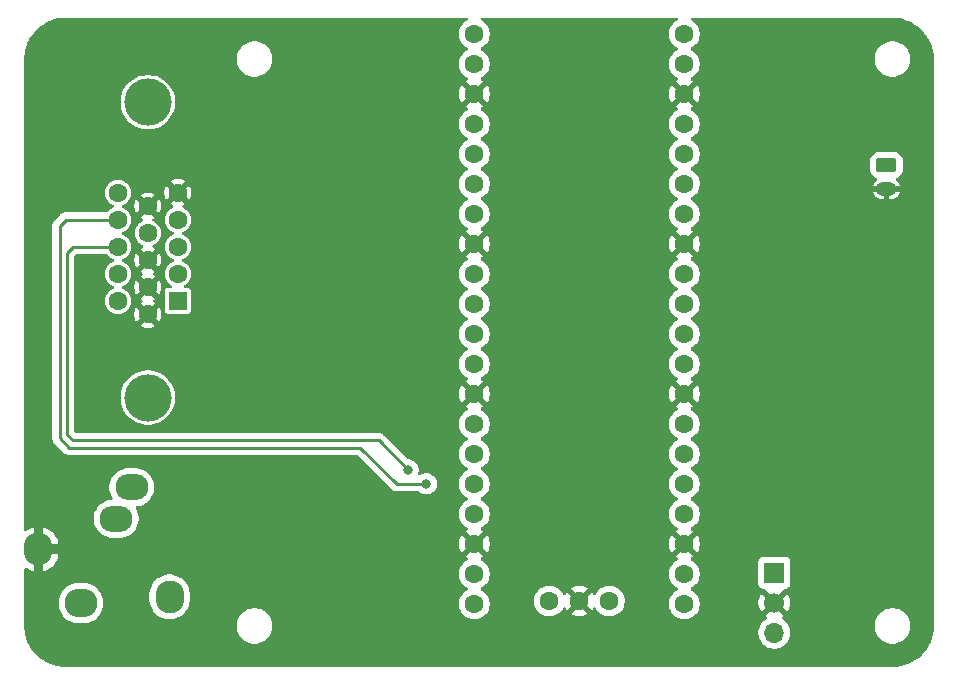
<source format=gbr>
%TF.GenerationSoftware,KiCad,Pcbnew,9.0.4*%
%TF.CreationDate,2025-09-20T17:35:25+02:00*%
%TF.ProjectId,demoboard,64656d6f-626f-4617-9264-2e6b69636164,-*%
%TF.SameCoordinates,PX6422c40PY7cee6c0*%
%TF.FileFunction,Copper,L2,Bot*%
%TF.FilePolarity,Positive*%
%FSLAX46Y46*%
G04 Gerber Fmt 4.6, Leading zero omitted, Abs format (unit mm)*
G04 Created by KiCad (PCBNEW 9.0.4) date 2025-09-20 17:35:25*
%MOMM*%
%LPD*%
G01*
G04 APERTURE LIST*
G04 Aperture macros list*
%AMRoundRect*
0 Rectangle with rounded corners*
0 $1 Rounding radius*
0 $2 $3 $4 $5 $6 $7 $8 $9 X,Y pos of 4 corners*
0 Add a 4 corners polygon primitive as box body*
4,1,4,$2,$3,$4,$5,$6,$7,$8,$9,$2,$3,0*
0 Add four circle primitives for the rounded corners*
1,1,$1+$1,$2,$3*
1,1,$1+$1,$4,$5*
1,1,$1+$1,$6,$7*
1,1,$1+$1,$8,$9*
0 Add four rect primitives between the rounded corners*
20,1,$1+$1,$2,$3,$4,$5,0*
20,1,$1+$1,$4,$5,$6,$7,0*
20,1,$1+$1,$6,$7,$8,$9,0*
20,1,$1+$1,$8,$9,$2,$3,0*%
%AMHorizOval*
0 Thick line with rounded ends*
0 $1 width*
0 $2 $3 position (X,Y) of the first rounded end (center of the circle)*
0 $4 $5 position (X,Y) of the second rounded end (center of the circle)*
0 Add line between two ends*
20,1,$1,$2,$3,$4,$5,0*
0 Add two circle primitives to create the rounded ends*
1,1,$1,$2,$3*
1,1,$1,$4,$5*%
G04 Aperture macros list end*
%TA.AperFunction,ComponentPad*%
%ADD10O,2.800000X2.400000*%
%TD*%
%TA.AperFunction,ComponentPad*%
%ADD11O,2.800000X2.200000*%
%TD*%
%TA.AperFunction,ComponentPad*%
%ADD12O,2.400000X2.800000*%
%TD*%
%TA.AperFunction,ComponentPad*%
%ADD13R,1.700000X1.700000*%
%TD*%
%TA.AperFunction,ComponentPad*%
%ADD14HorizOval,1.700000X0.000000X0.000000X0.000000X0.000000X0*%
%TD*%
%TA.AperFunction,ComponentPad*%
%ADD15O,1.700000X1.700000*%
%TD*%
%TA.AperFunction,ComponentPad*%
%ADD16RoundRect,0.250000X-0.625000X0.350000X-0.625000X-0.350000X0.625000X-0.350000X0.625000X0.350000X0*%
%TD*%
%TA.AperFunction,ComponentPad*%
%ADD17O,1.750000X1.200000*%
%TD*%
%TA.AperFunction,ComponentPad*%
%ADD18C,4.000000*%
%TD*%
%TA.AperFunction,ComponentPad*%
%ADD19R,1.600000X1.600000*%
%TD*%
%TA.AperFunction,ComponentPad*%
%ADD20C,1.600000*%
%TD*%
%TA.AperFunction,ViaPad*%
%ADD21C,0.800000*%
%TD*%
%TA.AperFunction,Conductor*%
%ADD22C,0.250000*%
%TD*%
G04 APERTURE END LIST*
D10*
%TO.P,J4,1*%
%TO.N,Net-(C5-Pad2)*%
X5300000Y5925000D03*
D11*
%TO.P,J4,2*%
%TO.N,Net-(C4-Pad2)*%
X9600000Y15750000D03*
D12*
%TO.P,J4,3*%
%TO.N,GND*%
X1700000Y10500000D03*
%TO.P,J4,4*%
%TO.N,unconnected-(J4-Pad4)*%
X12800000Y6450000D03*
D11*
%TO.P,J4,5*%
%TO.N,unconnected-(J4-Pad5)*%
X8300000Y13075000D03*
%TD*%
D13*
%TO.P,J2,1,Pin_1*%
%TO.N,Net-(J2-Pin_1)*%
X64000000Y8500000D03*
D14*
%TO.P,J2,2,Pin_2*%
%TO.N,GND*%
X64000000Y5960000D03*
D15*
%TO.P,J2,3,Pin_3*%
%TO.N,Net-(J2-Pin_3)*%
X64000000Y3420000D03*
%TD*%
D16*
%TO.P,J3,1,Pin_1*%
%TO.N,Net-(D2-A)*%
X73500000Y43000000D03*
D17*
%TO.P,J3,2,Pin_2*%
%TO.N,GND*%
X73500000Y41000000D03*
%TD*%
D18*
%TO.P,J1,0*%
%TO.N,unconnected-(J1-Pad0)*%
X10960000Y48335000D03*
%TO.N,unconnected-(J1-Pad0)_1*%
X10960000Y23335000D03*
D19*
%TO.P,J1,1*%
%TO.N,Net-(J1-Pad1)*%
X13500000Y31520000D03*
D20*
%TO.P,J1,2*%
%TO.N,Net-(J1-Pad2)*%
X13500000Y33810000D03*
%TO.P,J1,3*%
%TO.N,Net-(J1-Pad3)*%
X13500000Y36100000D03*
%TO.P,J1,4*%
%TO.N,unconnected-(J1-Pad4)*%
X13500000Y38390000D03*
%TO.P,J1,5*%
%TO.N,GND*%
X13500000Y40680000D03*
%TO.P,J1,6*%
X10960000Y30375000D03*
%TO.P,J1,7*%
X10960000Y32665000D03*
%TO.P,J1,8*%
X10960000Y34955000D03*
%TO.P,J1,9*%
%TO.N,unconnected-(J1-Pad9)*%
X10960000Y37245000D03*
%TO.P,J1,10*%
%TO.N,GND*%
X10960000Y39535000D03*
%TO.P,J1,11*%
%TO.N,unconnected-(J1-Pad11)*%
X8420000Y31520000D03*
%TO.P,J1,12*%
%TO.N,unconnected-(J1-Pad12)*%
X8420000Y33810000D03*
%TO.P,J1,13*%
%TO.N,Net-(U1-GPIO13)*%
X8420000Y36100000D03*
%TO.P,J1,14*%
%TO.N,Net-(U1-GPIO12)*%
X8420000Y38390000D03*
%TO.P,J1,15*%
%TO.N,unconnected-(J1-Pad15)*%
X8420000Y40680000D03*
%TD*%
%TO.P,U1,1,GPIO0*%
%TO.N,Net-(U1-GPIO0)*%
X38610000Y54130000D03*
%TO.P,U1,2,GPIO1*%
%TO.N,Net-(U1-GPIO1)*%
X38610000Y51590000D03*
%TO.P,U1,3,GND*%
%TO.N,GND*%
X38610000Y49050000D03*
%TO.P,U1,4,GPIO2*%
%TO.N,Net-(U1-GPIO2)*%
X38610000Y46510000D03*
%TO.P,U1,5,GPIO3*%
%TO.N,Net-(U1-GPIO3)*%
X38610000Y43970000D03*
%TO.P,U1,6,GPIO4*%
%TO.N,Net-(U1-GPIO4)*%
X38610000Y41430000D03*
%TO.P,U1,7,GPIO5*%
%TO.N,Net-(U1-GPIO5)*%
X38610000Y38890000D03*
%TO.P,U1,8,GND*%
%TO.N,GND*%
X38610000Y36350000D03*
%TO.P,U1,9,GPIO6*%
%TO.N,Net-(U1-GPIO6)*%
X38610000Y33810000D03*
%TO.P,U1,10,GPIO7*%
%TO.N,Net-(U1-GPIO7)*%
X38610000Y31270000D03*
%TO.P,U1,11,GPIO8*%
%TO.N,Net-(U1-GPIO8)*%
X38610000Y28730000D03*
%TO.P,U1,12,GPIO9*%
%TO.N,Net-(U1-GPIO9)*%
X38610000Y26190000D03*
%TO.P,U1,13,GND*%
%TO.N,GND*%
X38610000Y23650000D03*
%TO.P,U1,14,GPIO10*%
%TO.N,Net-(U1-GPIO10)*%
X38610000Y21110000D03*
%TO.P,U1,15,GPIO11*%
%TO.N,Net-(U1-GPIO11)*%
X38610000Y18570000D03*
%TO.P,U1,16,GPIO12*%
%TO.N,Net-(U1-GPIO12)*%
X38610000Y16030000D03*
%TO.P,U1,17,GPIO13*%
%TO.N,Net-(U1-GPIO13)*%
X38610000Y13490000D03*
%TO.P,U1,18,GND*%
%TO.N,GND*%
X38610000Y10950000D03*
%TO.P,U1,19,GPIO14*%
%TO.N,Net-(U1-GPIO14)*%
X38610000Y8410000D03*
%TO.P,U1,20,GPIO15*%
%TO.N,Net-(U1-GPIO15)*%
X38610000Y5870000D03*
%TO.P,U1,21,GPIO16*%
%TO.N,unconnected-(U1-GPIO16-Pad21)_1*%
X56390000Y5870000D03*
%TO.P,U1,22,GPIO17*%
%TO.N,unconnected-(U1-GPIO17-Pad22)_1*%
X56390000Y8410000D03*
%TO.P,U1,23,GND*%
%TO.N,GND*%
X56390000Y10950000D03*
%TO.P,U1,24,GPIO18*%
%TO.N,unconnected-(U1-GPIO18-Pad24)_1*%
X56390000Y13490000D03*
%TO.P,U1,25,GPIO19*%
%TO.N,unconnected-(U1-GPIO19-Pad25)_1*%
X56390000Y16030000D03*
%TO.P,U1,26,GPIO20*%
%TO.N,unconnected-(U1-GPIO20-Pad26)_1*%
X56390000Y18570000D03*
%TO.P,U1,27,GPIO21*%
%TO.N,unconnected-(U1-GPIO21-Pad27)_1*%
X56390000Y21110000D03*
%TO.P,U1,28,GND*%
%TO.N,GND*%
X56390000Y23650000D03*
%TO.P,U1,29,GPIO22*%
%TO.N,unconnected-(U1-GPIO22-Pad29)_1*%
X56390000Y26190000D03*
%TO.P,U1,30,RUN*%
%TO.N,Net-(U1-RUN)*%
X56390000Y28730000D03*
%TO.P,U1,31,GPIO26_ADC0*%
%TO.N,unconnected-(U1-GPIO26_ADC0-Pad31)_1*%
X56390000Y31270000D03*
%TO.P,U1,32,GPIO27_ADC1*%
%TO.N,unconnected-(U1-GPIO27_ADC1-Pad32)_1*%
X56390000Y33810000D03*
%TO.P,U1,33,AGND*%
%TO.N,GND*%
X56390000Y36350000D03*
%TO.P,U1,34,GPIO28_ADC2*%
%TO.N,unconnected-(U1-GPIO28_ADC2-Pad34)_1*%
X56390000Y38890000D03*
%TO.P,U1,35,ADC_VREF*%
%TO.N,unconnected-(U1-ADC_VREF-Pad35)*%
X56390000Y41430000D03*
%TO.P,U1,36,3V3*%
%TO.N,Net-(U1-3V3)*%
X56390000Y43970000D03*
%TO.P,U1,37,3V3_EN*%
%TO.N,unconnected-(U1-3V3_EN-Pad37)*%
X56390000Y46510000D03*
%TO.P,U1,38,GND*%
%TO.N,GND*%
X56390000Y49050000D03*
%TO.P,U1,39,VSYS*%
%TO.N,Net-(D2-K)*%
X56390000Y51590000D03*
%TO.P,U1,40,VBUS*%
%TO.N,unconnected-(U1-VBUS-Pad40)*%
X56390000Y54130000D03*
%TO.P,U1,D1,SWCLK*%
%TO.N,Net-(J2-Pin_1)*%
X44960000Y6100000D03*
%TO.P,U1,D2,GND*%
%TO.N,GND*%
X47500000Y6100000D03*
%TO.P,U1,D3,SWDIO*%
%TO.N,Net-(J2-Pin_3)*%
X50040000Y6100000D03*
%TD*%
D21*
%TO.N,GND*%
X32900000Y10950000D03*
X61900000Y51000000D03*
X68750000Y26830000D03*
X68750000Y39330000D03*
X61000000Y51000000D03*
X32000000Y10950000D03*
X32900000Y3330000D03*
X69700000Y43970000D03*
X68800000Y43970000D03*
X32000000Y3330000D03*
%TO.N,Net-(U1-GPIO13)*%
X33000000Y17200000D03*
%TO.N,Net-(U1-GPIO12)*%
X34550000Y16030000D03*
%TD*%
D22*
%TO.N,Net-(U1-GPIO13)*%
X4100000Y20200000D02*
X4600000Y19700000D01*
X4100000Y35600000D02*
X4100000Y20200000D01*
X8420000Y36100000D02*
X4600000Y36100000D01*
X4600000Y36100000D02*
X4100000Y35600000D01*
X30500000Y19700000D02*
X33000000Y17200000D01*
X4600000Y19700000D02*
X30500000Y19700000D01*
%TO.N,Net-(U1-GPIO12)*%
X8420000Y38390000D02*
X4000000Y38390000D01*
X4000000Y38390000D02*
X3500000Y37890000D01*
X32020000Y16030000D02*
X34550000Y16030000D01*
X28950000Y19100000D02*
X32020000Y16030000D01*
X4300000Y19100000D02*
X28950000Y19100000D01*
X3500000Y19900000D02*
X4300000Y19100000D01*
X3500000Y37890000D02*
X3500000Y19900000D01*
%TD*%
%TA.AperFunction,Conductor*%
%TO.N,GND*%
G36*
X37983740Y55479815D02*
G01*
X38029495Y55427011D01*
X38039439Y55357853D01*
X38010414Y55294297D01*
X37972996Y55265015D01*
X37928386Y55242285D01*
X37762786Y55121972D01*
X37618028Y54977214D01*
X37497715Y54811614D01*
X37404781Y54629224D01*
X37341522Y54434535D01*
X37309500Y54232352D01*
X37309500Y54027649D01*
X37341522Y53825466D01*
X37404781Y53630777D01*
X37497715Y53448387D01*
X37618028Y53282787D01*
X37762786Y53138029D01*
X37917749Y53025444D01*
X37928390Y53017713D01*
X38019840Y52971117D01*
X38021080Y52970485D01*
X38071876Y52922510D01*
X38088671Y52854689D01*
X38066134Y52788554D01*
X38021080Y52749515D01*
X37928386Y52702285D01*
X37762786Y52581972D01*
X37618028Y52437214D01*
X37497715Y52271614D01*
X37404781Y52089224D01*
X37341522Y51894535D01*
X37309500Y51692352D01*
X37309500Y51487649D01*
X37341522Y51285466D01*
X37404781Y51090777D01*
X37497715Y50908387D01*
X37618028Y50742787D01*
X37762786Y50598029D01*
X37928385Y50477716D01*
X37928387Y50477715D01*
X37928390Y50477713D01*
X38021630Y50430205D01*
X38072426Y50382230D01*
X38089221Y50314409D01*
X38066684Y50248275D01*
X38021630Y50209235D01*
X37928644Y50161857D01*
X37884077Y50129477D01*
X37884077Y50129476D01*
X38480591Y49532963D01*
X38417007Y49515925D01*
X38302993Y49450099D01*
X38209901Y49357007D01*
X38144075Y49242993D01*
X38127037Y49179410D01*
X37530524Y49775923D01*
X37530523Y49775923D01*
X37498143Y49731356D01*
X37405244Y49549032D01*
X37342009Y49354418D01*
X37310000Y49152318D01*
X37310000Y48947683D01*
X37342009Y48745583D01*
X37405244Y48550969D01*
X37498141Y48368650D01*
X37498147Y48368641D01*
X37530523Y48324079D01*
X37530524Y48324078D01*
X38127037Y48920591D01*
X38144075Y48857007D01*
X38209901Y48742993D01*
X38302993Y48649901D01*
X38417007Y48584075D01*
X38480590Y48567038D01*
X37884076Y47970526D01*
X37928652Y47938139D01*
X38021628Y47890766D01*
X38072425Y47842792D01*
X38089220Y47774971D01*
X38066683Y47708836D01*
X38021630Y47669797D01*
X37928388Y47622287D01*
X37762786Y47501972D01*
X37618028Y47357214D01*
X37497715Y47191614D01*
X37404781Y47009224D01*
X37341522Y46814535D01*
X37309500Y46612352D01*
X37309500Y46407649D01*
X37341522Y46205466D01*
X37404781Y46010777D01*
X37497715Y45828387D01*
X37618028Y45662787D01*
X37762786Y45518029D01*
X37917749Y45405444D01*
X37928390Y45397713D01*
X38019840Y45351117D01*
X38021080Y45350485D01*
X38071876Y45302510D01*
X38088671Y45234689D01*
X38066134Y45168554D01*
X38021080Y45129515D01*
X37928386Y45082285D01*
X37762786Y44961972D01*
X37618028Y44817214D01*
X37497715Y44651614D01*
X37404781Y44469224D01*
X37341522Y44274535D01*
X37309500Y44072352D01*
X37309500Y43867649D01*
X37341522Y43665466D01*
X37404781Y43470777D01*
X37497715Y43288387D01*
X37618028Y43122787D01*
X37762786Y42978029D01*
X37917749Y42865444D01*
X37928390Y42857713D01*
X38019840Y42811117D01*
X38021080Y42810485D01*
X38071876Y42762510D01*
X38088671Y42694689D01*
X38066134Y42628554D01*
X38021080Y42589515D01*
X37928386Y42542285D01*
X37762786Y42421972D01*
X37618028Y42277214D01*
X37497715Y42111614D01*
X37404781Y41929224D01*
X37341522Y41734535D01*
X37309500Y41532352D01*
X37309500Y41327649D01*
X37341522Y41125466D01*
X37404781Y40930777D01*
X37497715Y40748387D01*
X37618028Y40582787D01*
X37762786Y40438029D01*
X37916369Y40326447D01*
X37928390Y40317713D01*
X38002600Y40279901D01*
X38021080Y40270485D01*
X38071876Y40222510D01*
X38088671Y40154689D01*
X38066134Y40088554D01*
X38021080Y40049515D01*
X37928386Y40002285D01*
X37762786Y39881972D01*
X37618028Y39737214D01*
X37497715Y39571614D01*
X37404781Y39389224D01*
X37341522Y39194535D01*
X37309500Y38992352D01*
X37309500Y38787649D01*
X37341522Y38585466D01*
X37404781Y38390777D01*
X37497715Y38208387D01*
X37618028Y38042787D01*
X37762786Y37898029D01*
X37928385Y37777716D01*
X37928387Y37777715D01*
X37928390Y37777713D01*
X37992956Y37744815D01*
X38021630Y37730205D01*
X38072426Y37682230D01*
X38089221Y37614409D01*
X38066684Y37548275D01*
X38021630Y37509235D01*
X37928644Y37461857D01*
X37884077Y37429477D01*
X37884077Y37429476D01*
X38480591Y36832963D01*
X38417007Y36815925D01*
X38302993Y36750099D01*
X38209901Y36657007D01*
X38144075Y36542993D01*
X38127037Y36479410D01*
X37530524Y37075923D01*
X37530523Y37075923D01*
X37498143Y37031356D01*
X37405244Y36849032D01*
X37342009Y36654418D01*
X37310000Y36452318D01*
X37310000Y36247683D01*
X37342009Y36045583D01*
X37405244Y35850969D01*
X37498141Y35668650D01*
X37498147Y35668641D01*
X37530523Y35624079D01*
X37530524Y35624078D01*
X38127037Y36220591D01*
X38144075Y36157007D01*
X38209901Y36042993D01*
X38302993Y35949901D01*
X38417007Y35884075D01*
X38480590Y35867038D01*
X37884076Y35270526D01*
X37928652Y35238139D01*
X38021628Y35190766D01*
X38072425Y35142792D01*
X38089220Y35074971D01*
X38066683Y35008836D01*
X38021630Y34969797D01*
X37928388Y34922287D01*
X37762786Y34801972D01*
X37618028Y34657214D01*
X37497715Y34491614D01*
X37404781Y34309224D01*
X37341522Y34114535D01*
X37309500Y33912352D01*
X37309500Y33707649D01*
X37341522Y33505466D01*
X37404781Y33310777D01*
X37444303Y33233212D01*
X37496421Y33130925D01*
X37497715Y33128387D01*
X37618028Y32962787D01*
X37762786Y32818029D01*
X37882813Y32730826D01*
X37928390Y32697713D01*
X37992591Y32665001D01*
X38021080Y32650485D01*
X38071876Y32602510D01*
X38088671Y32534689D01*
X38066134Y32468554D01*
X38021080Y32429515D01*
X37928386Y32382285D01*
X37762786Y32261972D01*
X37618028Y32117214D01*
X37497715Y31951614D01*
X37404781Y31769224D01*
X37341522Y31574535D01*
X37309500Y31372352D01*
X37309500Y31167649D01*
X37341522Y30965466D01*
X37404781Y30770777D01*
X37497715Y30588387D01*
X37618028Y30422787D01*
X37762786Y30278029D01*
X37894952Y30182007D01*
X37928390Y30157713D01*
X38019840Y30111117D01*
X38021080Y30110485D01*
X38071876Y30062510D01*
X38088671Y29994689D01*
X38066134Y29928554D01*
X38021080Y29889515D01*
X37928386Y29842285D01*
X37762786Y29721972D01*
X37618028Y29577214D01*
X37497715Y29411614D01*
X37404781Y29229224D01*
X37341522Y29034535D01*
X37309500Y28832352D01*
X37309500Y28627649D01*
X37341522Y28425466D01*
X37404781Y28230777D01*
X37497715Y28048387D01*
X37618028Y27882787D01*
X37762786Y27738029D01*
X37917749Y27625444D01*
X37928390Y27617713D01*
X38019840Y27571117D01*
X38021080Y27570485D01*
X38071876Y27522510D01*
X38088671Y27454689D01*
X38066134Y27388554D01*
X38021080Y27349515D01*
X37928386Y27302285D01*
X37762786Y27181972D01*
X37618028Y27037214D01*
X37497715Y26871614D01*
X37404781Y26689224D01*
X37341522Y26494535D01*
X37309500Y26292352D01*
X37309500Y26087649D01*
X37341522Y25885466D01*
X37404781Y25690777D01*
X37453003Y25596138D01*
X37492772Y25518087D01*
X37497715Y25508387D01*
X37618028Y25342787D01*
X37762786Y25198029D01*
X37928385Y25077716D01*
X37928387Y25077715D01*
X37928390Y25077713D01*
X37946835Y25068315D01*
X38021630Y25030205D01*
X38072426Y24982230D01*
X38089221Y24914409D01*
X38066684Y24848275D01*
X38021630Y24809235D01*
X37928644Y24761857D01*
X37884077Y24729477D01*
X37884077Y24729476D01*
X38480591Y24132963D01*
X38417007Y24115925D01*
X38302993Y24050099D01*
X38209901Y23957007D01*
X38144075Y23842993D01*
X38127037Y23779410D01*
X37530524Y24375923D01*
X37530523Y24375923D01*
X37498143Y24331356D01*
X37405244Y24149032D01*
X37342009Y23954418D01*
X37310000Y23752318D01*
X37310000Y23547683D01*
X37342009Y23345583D01*
X37405244Y23150969D01*
X37498141Y22968650D01*
X37498147Y22968641D01*
X37530523Y22924079D01*
X37530524Y22924078D01*
X38127037Y23520591D01*
X38144075Y23457007D01*
X38209901Y23342993D01*
X38302993Y23249901D01*
X38417007Y23184075D01*
X38480590Y23167038D01*
X37884076Y22570526D01*
X37928652Y22538139D01*
X38021628Y22490766D01*
X38072425Y22442792D01*
X38089220Y22374971D01*
X38066683Y22308836D01*
X38021630Y22269797D01*
X37928388Y22222287D01*
X37762786Y22101972D01*
X37618028Y21957214D01*
X37497715Y21791614D01*
X37404781Y21609224D01*
X37341522Y21414535D01*
X37309500Y21212352D01*
X37309500Y21007649D01*
X37341522Y20805466D01*
X37404781Y20610777D01*
X37497715Y20428387D01*
X37618028Y20262787D01*
X37762786Y20118029D01*
X37917749Y20005444D01*
X37928390Y19997713D01*
X37999252Y19961607D01*
X38021080Y19950485D01*
X38071876Y19902510D01*
X38088671Y19834689D01*
X38066134Y19768554D01*
X38021080Y19729515D01*
X37928386Y19682285D01*
X37762786Y19561972D01*
X37618028Y19417214D01*
X37497715Y19251614D01*
X37404781Y19069224D01*
X37341522Y18874535D01*
X37309500Y18672352D01*
X37309500Y18467649D01*
X37341522Y18265466D01*
X37404781Y18070777D01*
X37497715Y17888387D01*
X37618028Y17722787D01*
X37762786Y17578029D01*
X37917749Y17465444D01*
X37928390Y17457713D01*
X38019840Y17411117D01*
X38021080Y17410485D01*
X38071876Y17362510D01*
X38088671Y17294689D01*
X38066134Y17228554D01*
X38021080Y17189515D01*
X37928386Y17142285D01*
X37762786Y17021972D01*
X37618028Y16877214D01*
X37497715Y16711614D01*
X37404781Y16529224D01*
X37341522Y16334535D01*
X37309500Y16132352D01*
X37309500Y15927649D01*
X37341522Y15725466D01*
X37404781Y15530777D01*
X37442902Y15455962D01*
X37487629Y15368180D01*
X37497715Y15348387D01*
X37618028Y15182787D01*
X37762786Y15038029D01*
X37917749Y14925444D01*
X37928390Y14917713D01*
X38018839Y14871627D01*
X38021080Y14870485D01*
X38071876Y14822510D01*
X38088671Y14754689D01*
X38066134Y14688554D01*
X38021080Y14649515D01*
X37928386Y14602285D01*
X37762786Y14481972D01*
X37618028Y14337214D01*
X37497715Y14171614D01*
X37404781Y13989224D01*
X37341522Y13794535D01*
X37309500Y13592352D01*
X37309500Y13387649D01*
X37341522Y13185466D01*
X37404781Y12990777D01*
X37497715Y12808387D01*
X37618028Y12642787D01*
X37762786Y12498029D01*
X37928385Y12377716D01*
X37928387Y12377715D01*
X37928390Y12377713D01*
X38021630Y12330205D01*
X38072426Y12282230D01*
X38089221Y12214409D01*
X38066684Y12148275D01*
X38021630Y12109235D01*
X37928644Y12061857D01*
X37884077Y12029477D01*
X37884077Y12029476D01*
X38480591Y11432963D01*
X38417007Y11415925D01*
X38302993Y11350099D01*
X38209901Y11257007D01*
X38144075Y11142993D01*
X38127037Y11079410D01*
X37530524Y11675923D01*
X37530523Y11675923D01*
X37498143Y11631356D01*
X37405244Y11449032D01*
X37342009Y11254418D01*
X37310000Y11052318D01*
X37310000Y10847683D01*
X37342009Y10645583D01*
X37405244Y10450969D01*
X37498141Y10268650D01*
X37498147Y10268641D01*
X37530523Y10224079D01*
X37530524Y10224078D01*
X38127037Y10820591D01*
X38144075Y10757007D01*
X38209901Y10642993D01*
X38302993Y10549901D01*
X38417007Y10484075D01*
X38480590Y10467038D01*
X37884076Y9870526D01*
X37928652Y9838139D01*
X38021628Y9790766D01*
X38072425Y9742792D01*
X38089220Y9674971D01*
X38066683Y9608836D01*
X38021630Y9569797D01*
X37928388Y9522287D01*
X37762786Y9401972D01*
X37618028Y9257214D01*
X37497715Y9091614D01*
X37404781Y8909224D01*
X37341522Y8714535D01*
X37309500Y8512352D01*
X37309500Y8307649D01*
X37341522Y8105466D01*
X37404781Y7910777D01*
X37497715Y7728387D01*
X37618028Y7562787D01*
X37762786Y7418029D01*
X37917749Y7305444D01*
X37928390Y7297713D01*
X38019840Y7251117D01*
X38021080Y7250485D01*
X38071876Y7202510D01*
X38088671Y7134689D01*
X38066134Y7068554D01*
X38021080Y7029515D01*
X37928386Y6982285D01*
X37762786Y6861972D01*
X37618028Y6717214D01*
X37497715Y6551614D01*
X37404781Y6369224D01*
X37341522Y6174535D01*
X37309500Y5972352D01*
X37309500Y5767649D01*
X37341522Y5565466D01*
X37404781Y5370777D01*
X37439201Y5303226D01*
X37492672Y5198283D01*
X37497715Y5188387D01*
X37618028Y5022787D01*
X37762786Y4878029D01*
X37888860Y4786433D01*
X37928390Y4757713D01*
X38044607Y4698497D01*
X38110776Y4664782D01*
X38110778Y4664782D01*
X38110781Y4664780D01*
X38175499Y4643752D01*
X38305465Y4601523D01*
X38406557Y4585512D01*
X38507648Y4569500D01*
X38507649Y4569500D01*
X38712351Y4569500D01*
X38712352Y4569500D01*
X38914534Y4601523D01*
X39109219Y4664780D01*
X39291610Y4757713D01*
X39395306Y4833052D01*
X39457213Y4878029D01*
X39457215Y4878032D01*
X39457219Y4878034D01*
X39601966Y5022781D01*
X39601968Y5022785D01*
X39601971Y5022787D01*
X39677228Y5126371D01*
X39722287Y5188390D01*
X39815220Y5370781D01*
X39878477Y5565466D01*
X39910500Y5767648D01*
X39910500Y5972352D01*
X39878477Y6174534D01*
X39869438Y6202352D01*
X43659500Y6202352D01*
X43659500Y5997649D01*
X43691522Y5795466D01*
X43754781Y5600777D01*
X43818691Y5475347D01*
X43847585Y5418641D01*
X43847715Y5418387D01*
X43968028Y5252787D01*
X44112786Y5108029D01*
X44233226Y5020526D01*
X44278390Y4987713D01*
X44394607Y4928497D01*
X44460776Y4894782D01*
X44460778Y4894782D01*
X44460781Y4894780D01*
X44565137Y4860873D01*
X44655465Y4831523D01*
X44756557Y4815512D01*
X44857648Y4799500D01*
X44857649Y4799500D01*
X45062351Y4799500D01*
X45062352Y4799500D01*
X45264534Y4831523D01*
X45459219Y4894780D01*
X45641610Y4987713D01*
X45734590Y5055268D01*
X45807213Y5108029D01*
X45807215Y5108032D01*
X45807219Y5108034D01*
X45951966Y5252781D01*
X45951968Y5252785D01*
X45951971Y5252787D01*
X46042375Y5377220D01*
X46072287Y5418390D01*
X46119795Y5511631D01*
X46167769Y5562427D01*
X46235590Y5579222D01*
X46301725Y5556685D01*
X46340765Y5511631D01*
X46388141Y5418650D01*
X46388147Y5418641D01*
X46420523Y5374079D01*
X46420524Y5374078D01*
X47017037Y5970591D01*
X47034075Y5907007D01*
X47099901Y5792993D01*
X47192993Y5699901D01*
X47307007Y5634075D01*
X47370590Y5617038D01*
X46774076Y5020526D01*
X46818650Y4988141D01*
X47000968Y4895245D01*
X47195582Y4832010D01*
X47397683Y4800000D01*
X47602317Y4800000D01*
X47804417Y4832010D01*
X47999031Y4895245D01*
X48181349Y4988141D01*
X48225921Y5020526D01*
X47629409Y5617038D01*
X47692993Y5634075D01*
X47807007Y5699901D01*
X47900099Y5792993D01*
X47965925Y5907007D01*
X47982962Y5970590D01*
X48579474Y5374078D01*
X48579474Y5374079D01*
X48611861Y5418653D01*
X48611861Y5418654D01*
X48659234Y5511629D01*
X48707208Y5562425D01*
X48775028Y5579221D01*
X48841164Y5556684D01*
X48880203Y5511631D01*
X48927713Y5418389D01*
X49048028Y5252787D01*
X49192786Y5108029D01*
X49313226Y5020526D01*
X49358390Y4987713D01*
X49474607Y4928497D01*
X49540776Y4894782D01*
X49540778Y4894782D01*
X49540781Y4894780D01*
X49645137Y4860873D01*
X49735465Y4831523D01*
X49836557Y4815512D01*
X49937648Y4799500D01*
X49937649Y4799500D01*
X50142351Y4799500D01*
X50142352Y4799500D01*
X50344534Y4831523D01*
X50539219Y4894780D01*
X50721610Y4987713D01*
X50814590Y5055268D01*
X50887213Y5108029D01*
X50887215Y5108032D01*
X50887219Y5108034D01*
X51031966Y5252781D01*
X51031968Y5252785D01*
X51031971Y5252787D01*
X51117697Y5370781D01*
X51152287Y5418390D01*
X51245220Y5600781D01*
X51308477Y5795466D01*
X51340500Y5997648D01*
X51340500Y6202352D01*
X51331771Y6257466D01*
X51308477Y6404535D01*
X51245218Y6599224D01*
X51204709Y6678726D01*
X51152287Y6781610D01*
X51120092Y6825923D01*
X51031971Y6947214D01*
X50887213Y7091972D01*
X50721613Y7212285D01*
X50721612Y7212286D01*
X50721610Y7212287D01*
X50664653Y7241309D01*
X50539223Y7305219D01*
X50344534Y7368478D01*
X50169995Y7396122D01*
X50142352Y7400500D01*
X49937648Y7400500D01*
X49913329Y7396649D01*
X49735465Y7368478D01*
X49540776Y7305219D01*
X49358386Y7212285D01*
X49192786Y7091972D01*
X49048028Y6947214D01*
X48927713Y6781612D01*
X48880203Y6688370D01*
X48832228Y6637574D01*
X48764407Y6620780D01*
X48698272Y6643318D01*
X48659234Y6688372D01*
X48611861Y6781348D01*
X48579474Y6825923D01*
X48579474Y6825924D01*
X47982962Y6229411D01*
X47965925Y6292993D01*
X47900099Y6407007D01*
X47807007Y6500099D01*
X47692993Y6565925D01*
X47629408Y6582963D01*
X48225922Y7179476D01*
X48225921Y7179477D01*
X48181359Y7211853D01*
X48181350Y7211859D01*
X47999031Y7304756D01*
X47804417Y7367991D01*
X47602317Y7400000D01*
X47397683Y7400000D01*
X47195582Y7367991D01*
X47000968Y7304756D01*
X46818644Y7211857D01*
X46774077Y7179477D01*
X46774077Y7179476D01*
X47370591Y6582963D01*
X47307007Y6565925D01*
X47192993Y6500099D01*
X47099901Y6407007D01*
X47034075Y6292993D01*
X47017037Y6229410D01*
X46420524Y6825923D01*
X46420523Y6825923D01*
X46388143Y6781356D01*
X46340765Y6688370D01*
X46292790Y6637574D01*
X46224969Y6620779D01*
X46158834Y6643317D01*
X46119795Y6688370D01*
X46105096Y6717219D01*
X46072287Y6781610D01*
X46072285Y6781613D01*
X46072284Y6781615D01*
X45951971Y6947214D01*
X45807213Y7091972D01*
X45641613Y7212285D01*
X45641612Y7212286D01*
X45641610Y7212287D01*
X45584653Y7241309D01*
X45459223Y7305219D01*
X45264534Y7368478D01*
X45089995Y7396122D01*
X45062352Y7400500D01*
X44857648Y7400500D01*
X44833329Y7396649D01*
X44655465Y7368478D01*
X44460776Y7305219D01*
X44278386Y7212285D01*
X44112786Y7091972D01*
X43968028Y6947214D01*
X43847715Y6781614D01*
X43754781Y6599224D01*
X43691522Y6404535D01*
X43659500Y6202352D01*
X39869438Y6202352D01*
X39815220Y6369219D01*
X39815218Y6369222D01*
X39815218Y6369224D01*
X39772249Y6453554D01*
X39722287Y6551610D01*
X39711887Y6565925D01*
X39601971Y6717214D01*
X39457213Y6861972D01*
X39291614Y6982285D01*
X39285006Y6985652D01*
X39198917Y7029517D01*
X39148123Y7077489D01*
X39131328Y7145310D01*
X39153865Y7211445D01*
X39198917Y7250484D01*
X39291610Y7297713D01*
X39312770Y7313087D01*
X39457213Y7418029D01*
X39457215Y7418032D01*
X39457219Y7418034D01*
X39601966Y7562781D01*
X39601968Y7562785D01*
X39601971Y7562787D01*
X39654732Y7635410D01*
X39722287Y7728390D01*
X39815220Y7910781D01*
X39878477Y8105466D01*
X39910500Y8307648D01*
X39910500Y8512352D01*
X39878477Y8714534D01*
X39815220Y8909219D01*
X39815218Y8909222D01*
X39815218Y8909224D01*
X39759213Y9019138D01*
X39722287Y9091610D01*
X39714556Y9102251D01*
X39601971Y9257214D01*
X39457213Y9401972D01*
X39291611Y9522287D01*
X39198369Y9569797D01*
X39147574Y9617771D01*
X39130779Y9685593D01*
X39153317Y9751727D01*
X39198371Y9790766D01*
X39291346Y9838139D01*
X39291347Y9838139D01*
X39335921Y9870526D01*
X38739409Y10467038D01*
X38802993Y10484075D01*
X38917007Y10549901D01*
X39010099Y10642993D01*
X39075925Y10757007D01*
X39092962Y10820590D01*
X39689474Y10224078D01*
X39689474Y10224079D01*
X39721859Y10268651D01*
X39814755Y10450969D01*
X39877990Y10645583D01*
X39910000Y10847683D01*
X39910000Y11052318D01*
X39877990Y11254418D01*
X39814755Y11449032D01*
X39721859Y11631350D01*
X39689474Y11675923D01*
X39689474Y11675924D01*
X39092962Y11079411D01*
X39075925Y11142993D01*
X39010099Y11257007D01*
X38917007Y11350099D01*
X38802993Y11415925D01*
X38739408Y11432963D01*
X39335922Y12029476D01*
X39335921Y12029477D01*
X39291359Y12061853D01*
X39291350Y12061859D01*
X39198369Y12109235D01*
X39147573Y12157210D01*
X39130778Y12225031D01*
X39153315Y12291165D01*
X39198370Y12330205D01*
X39291610Y12377713D01*
X39341144Y12413702D01*
X39457213Y12498029D01*
X39457215Y12498032D01*
X39457219Y12498034D01*
X39601966Y12642781D01*
X39601968Y12642785D01*
X39601971Y12642787D01*
X39654732Y12715410D01*
X39722287Y12808390D01*
X39815220Y12990781D01*
X39878477Y13185466D01*
X39910500Y13387648D01*
X39910500Y13592352D01*
X39878477Y13794534D01*
X39815220Y13989219D01*
X39815218Y13989222D01*
X39815218Y13989224D01*
X39749778Y14117655D01*
X39722287Y14171610D01*
X39709717Y14188911D01*
X39601971Y14337214D01*
X39457213Y14481972D01*
X39291614Y14602285D01*
X39285006Y14605652D01*
X39198917Y14649517D01*
X39148123Y14697489D01*
X39131328Y14765310D01*
X39153865Y14831445D01*
X39198917Y14870484D01*
X39291610Y14917713D01*
X39312770Y14933087D01*
X39457213Y15038029D01*
X39457215Y15038032D01*
X39457219Y15038034D01*
X39601966Y15182781D01*
X39601968Y15182785D01*
X39601971Y15182787D01*
X39709315Y15330536D01*
X39722287Y15348390D01*
X39815220Y15530781D01*
X39878477Y15725466D01*
X39910500Y15927648D01*
X39910500Y16132352D01*
X39878477Y16334535D01*
X39849127Y16424863D01*
X39815220Y16529219D01*
X39815218Y16529222D01*
X39815218Y16529224D01*
X39777097Y16604039D01*
X39722287Y16711610D01*
X39675995Y16775326D01*
X39601971Y16877214D01*
X39457213Y17021972D01*
X39291614Y17142285D01*
X39247920Y17164548D01*
X39198917Y17189517D01*
X39148123Y17237489D01*
X39131328Y17305310D01*
X39153865Y17371445D01*
X39198917Y17410484D01*
X39291610Y17457713D01*
X39312770Y17473087D01*
X39457213Y17578029D01*
X39457215Y17578032D01*
X39457219Y17578034D01*
X39601966Y17722781D01*
X39601968Y17722785D01*
X39601971Y17722787D01*
X39654732Y17795410D01*
X39722287Y17888390D01*
X39815220Y18070781D01*
X39878477Y18265466D01*
X39910500Y18467648D01*
X39910500Y18672352D01*
X39878477Y18874534D01*
X39862358Y18924142D01*
X39815218Y19069224D01*
X39781503Y19135393D01*
X39722287Y19251610D01*
X39714556Y19262251D01*
X39601971Y19417214D01*
X39457213Y19561972D01*
X39291614Y19682285D01*
X39285006Y19685652D01*
X39198917Y19729517D01*
X39148123Y19777489D01*
X39131328Y19845310D01*
X39153865Y19911445D01*
X39198917Y19950484D01*
X39291610Y19997713D01*
X39312770Y20013087D01*
X39457213Y20118029D01*
X39457215Y20118032D01*
X39457219Y20118034D01*
X39601966Y20262781D01*
X39601968Y20262785D01*
X39601971Y20262787D01*
X39661282Y20344423D01*
X39722287Y20428390D01*
X39815220Y20610781D01*
X39878477Y20805466D01*
X39910500Y21007648D01*
X39910500Y21212352D01*
X39878477Y21414534D01*
X39877318Y21418100D01*
X39849127Y21504863D01*
X39815220Y21609219D01*
X39815218Y21609222D01*
X39815218Y21609224D01*
X39781503Y21675393D01*
X39722287Y21791610D01*
X39705355Y21814915D01*
X39601971Y21957214D01*
X39457213Y22101972D01*
X39291611Y22222287D01*
X39198369Y22269797D01*
X39147574Y22317771D01*
X39130779Y22385593D01*
X39153317Y22451727D01*
X39198371Y22490766D01*
X39291346Y22538139D01*
X39291347Y22538139D01*
X39335921Y22570526D01*
X38739409Y23167038D01*
X38802993Y23184075D01*
X38917007Y23249901D01*
X39010099Y23342993D01*
X39075925Y23457007D01*
X39092962Y23520590D01*
X39689474Y22924078D01*
X39689474Y22924079D01*
X39721859Y22968651D01*
X39814755Y23150969D01*
X39877990Y23345583D01*
X39910000Y23547683D01*
X39910000Y23752318D01*
X39877990Y23954418D01*
X39814755Y24149032D01*
X39721859Y24331350D01*
X39689474Y24375923D01*
X39689474Y24375924D01*
X39092962Y23779411D01*
X39075925Y23842993D01*
X39010099Y23957007D01*
X38917007Y24050099D01*
X38802993Y24115925D01*
X38739408Y24132963D01*
X39335922Y24729476D01*
X39335921Y24729477D01*
X39291359Y24761853D01*
X39291350Y24761859D01*
X39198369Y24809235D01*
X39147573Y24857210D01*
X39130778Y24925031D01*
X39153315Y24991165D01*
X39198370Y25030205D01*
X39273165Y25068315D01*
X39291610Y25077713D01*
X39341144Y25113702D01*
X39457213Y25198029D01*
X39457215Y25198032D01*
X39457219Y25198034D01*
X39601966Y25342781D01*
X39601968Y25342785D01*
X39601971Y25342787D01*
X39654732Y25415410D01*
X39722287Y25508390D01*
X39815220Y25690781D01*
X39878477Y25885466D01*
X39910500Y26087648D01*
X39910500Y26292352D01*
X39878477Y26494534D01*
X39815220Y26689219D01*
X39815218Y26689222D01*
X39815218Y26689224D01*
X39781503Y26755393D01*
X39722287Y26871610D01*
X39714556Y26882251D01*
X39601971Y27037214D01*
X39457213Y27181972D01*
X39291614Y27302285D01*
X39285006Y27305652D01*
X39198917Y27349517D01*
X39148123Y27397489D01*
X39131328Y27465310D01*
X39153865Y27531445D01*
X39198917Y27570484D01*
X39291610Y27617713D01*
X39312770Y27633087D01*
X39457213Y27738029D01*
X39457215Y27738032D01*
X39457219Y27738034D01*
X39601966Y27882781D01*
X39601968Y27882785D01*
X39601971Y27882787D01*
X39654732Y27955410D01*
X39722287Y28048390D01*
X39815220Y28230781D01*
X39878477Y28425466D01*
X39910500Y28627648D01*
X39910500Y28832352D01*
X39878477Y29034534D01*
X39815220Y29229219D01*
X39815218Y29229222D01*
X39815218Y29229224D01*
X39774441Y29309252D01*
X39722287Y29411610D01*
X39714556Y29422251D01*
X39601971Y29577214D01*
X39457213Y29721972D01*
X39291614Y29842285D01*
X39227407Y29875000D01*
X39198917Y29889517D01*
X39148123Y29937489D01*
X39131328Y30005310D01*
X39153865Y30071445D01*
X39198917Y30110484D01*
X39291610Y30157713D01*
X39325048Y30182007D01*
X39457213Y30278029D01*
X39457215Y30278032D01*
X39457219Y30278034D01*
X39601966Y30422781D01*
X39601968Y30422785D01*
X39601971Y30422787D01*
X39692387Y30547236D01*
X39722287Y30588390D01*
X39815220Y30770781D01*
X39878477Y30965466D01*
X39910500Y31167648D01*
X39910500Y31372352D01*
X39878477Y31574534D01*
X39875885Y31582510D01*
X39815218Y31769224D01*
X39781503Y31835393D01*
X39722287Y31951610D01*
X39714556Y31962251D01*
X39601971Y32117214D01*
X39457213Y32261972D01*
X39291614Y32382285D01*
X39265272Y32395707D01*
X39198917Y32429517D01*
X39148123Y32477489D01*
X39131328Y32545310D01*
X39153865Y32611445D01*
X39198917Y32650484D01*
X39291610Y32697713D01*
X39345131Y32736598D01*
X39457213Y32818029D01*
X39457215Y32818032D01*
X39457219Y32818034D01*
X39601966Y32962781D01*
X39601968Y32962785D01*
X39601971Y32962787D01*
X39676304Y33065099D01*
X39722287Y33128390D01*
X39815220Y33310781D01*
X39878477Y33505466D01*
X39910500Y33707648D01*
X39910500Y33912352D01*
X39878477Y34114534D01*
X39815220Y34309219D01*
X39815218Y34309222D01*
X39815218Y34309224D01*
X39781503Y34375393D01*
X39722287Y34491610D01*
X39706345Y34513553D01*
X39601971Y34657214D01*
X39457213Y34801972D01*
X39291611Y34922287D01*
X39198369Y34969797D01*
X39147574Y35017771D01*
X39130779Y35085593D01*
X39153317Y35151727D01*
X39198371Y35190766D01*
X39291346Y35238139D01*
X39291347Y35238139D01*
X39335921Y35270526D01*
X38739409Y35867038D01*
X38802993Y35884075D01*
X38917007Y35949901D01*
X39010099Y36042993D01*
X39075925Y36157007D01*
X39092962Y36220590D01*
X39689474Y35624078D01*
X39689474Y35624079D01*
X39721859Y35668651D01*
X39814755Y35850969D01*
X39877990Y36045583D01*
X39910000Y36247683D01*
X39910000Y36452318D01*
X39877990Y36654418D01*
X39814755Y36849032D01*
X39721859Y37031350D01*
X39689474Y37075923D01*
X39689474Y37075924D01*
X39092962Y36479411D01*
X39075925Y36542993D01*
X39010099Y36657007D01*
X38917007Y36750099D01*
X38802993Y36815925D01*
X38739408Y36832963D01*
X39335922Y37429476D01*
X39335921Y37429477D01*
X39291359Y37461853D01*
X39291350Y37461859D01*
X39198369Y37509235D01*
X39147573Y37557210D01*
X39130778Y37625031D01*
X39153315Y37691165D01*
X39198370Y37730205D01*
X39227044Y37744815D01*
X39291610Y37777713D01*
X39352276Y37821789D01*
X39457213Y37898029D01*
X39457215Y37898032D01*
X39457219Y37898034D01*
X39601966Y38042781D01*
X39601968Y38042785D01*
X39601971Y38042787D01*
X39706188Y38186232D01*
X39722287Y38208390D01*
X39815220Y38390781D01*
X39878477Y38585466D01*
X39910500Y38787648D01*
X39910500Y38992352D01*
X39878477Y39194534D01*
X39867144Y39229412D01*
X39815218Y39389224D01*
X39781503Y39455393D01*
X39722287Y39571610D01*
X39696867Y39606598D01*
X39601971Y39737214D01*
X39457213Y39881972D01*
X39291614Y40002285D01*
X39227407Y40035000D01*
X39198917Y40049517D01*
X39148123Y40097489D01*
X39131328Y40165310D01*
X39153865Y40231445D01*
X39198917Y40270484D01*
X39291610Y40317713D01*
X39367697Y40372993D01*
X39457213Y40438029D01*
X39457215Y40438032D01*
X39457219Y40438034D01*
X39601966Y40582781D01*
X39601968Y40582785D01*
X39601971Y40582787D01*
X39654732Y40655410D01*
X39722287Y40748390D01*
X39815220Y40930781D01*
X39878477Y41125466D01*
X39910500Y41327648D01*
X39910500Y41532352D01*
X39889717Y41663569D01*
X39878477Y41734535D01*
X39815218Y41929224D01*
X39749964Y42057290D01*
X39722287Y42111610D01*
X39714556Y42122251D01*
X39601971Y42277214D01*
X39457213Y42421972D01*
X39291614Y42542285D01*
X39285006Y42545652D01*
X39198917Y42589517D01*
X39148123Y42637489D01*
X39131328Y42705310D01*
X39153865Y42771445D01*
X39198917Y42810484D01*
X39291610Y42857713D01*
X39312770Y42873087D01*
X39457213Y42978029D01*
X39457215Y42978032D01*
X39457219Y42978034D01*
X39601966Y43122781D01*
X39601968Y43122785D01*
X39601971Y43122787D01*
X39654732Y43195410D01*
X39722287Y43288390D01*
X39815220Y43470781D01*
X39878477Y43665466D01*
X39910500Y43867648D01*
X39910500Y44072352D01*
X39878477Y44274534D01*
X39815220Y44469219D01*
X39815218Y44469222D01*
X39815218Y44469224D01*
X39781503Y44535393D01*
X39722287Y44651610D01*
X39714556Y44662251D01*
X39601971Y44817214D01*
X39457213Y44961972D01*
X39291614Y45082285D01*
X39285006Y45085652D01*
X39198917Y45129517D01*
X39148123Y45177489D01*
X39131328Y45245310D01*
X39153865Y45311445D01*
X39198917Y45350484D01*
X39291610Y45397713D01*
X39312770Y45413087D01*
X39457213Y45518029D01*
X39457215Y45518032D01*
X39457219Y45518034D01*
X39601966Y45662781D01*
X39601968Y45662785D01*
X39601971Y45662787D01*
X39654732Y45735410D01*
X39722287Y45828390D01*
X39815220Y46010781D01*
X39878477Y46205466D01*
X39910500Y46407648D01*
X39910500Y46612352D01*
X39878477Y46814534D01*
X39878353Y46814915D01*
X39815218Y47009224D01*
X39781503Y47075393D01*
X39722287Y47191610D01*
X39714556Y47202251D01*
X39601971Y47357214D01*
X39457213Y47501972D01*
X39291611Y47622287D01*
X39198369Y47669797D01*
X39147574Y47717771D01*
X39130779Y47785593D01*
X39153317Y47851727D01*
X39198371Y47890766D01*
X39291346Y47938139D01*
X39291347Y47938139D01*
X39335921Y47970526D01*
X38739409Y48567038D01*
X38802993Y48584075D01*
X38917007Y48649901D01*
X39010099Y48742993D01*
X39075925Y48857007D01*
X39092962Y48920590D01*
X39689474Y48324078D01*
X39689474Y48324079D01*
X39721859Y48368651D01*
X39814755Y48550969D01*
X39877990Y48745583D01*
X39910000Y48947683D01*
X39910000Y49152318D01*
X39877990Y49354418D01*
X39814755Y49549032D01*
X39721859Y49731350D01*
X39689474Y49775923D01*
X39689474Y49775924D01*
X39092962Y49179411D01*
X39075925Y49242993D01*
X39010099Y49357007D01*
X38917007Y49450099D01*
X38802993Y49515925D01*
X38739408Y49532963D01*
X39335922Y50129476D01*
X39335921Y50129477D01*
X39291359Y50161853D01*
X39291350Y50161859D01*
X39198369Y50209235D01*
X39147573Y50257210D01*
X39130778Y50325031D01*
X39153315Y50391165D01*
X39198370Y50430205D01*
X39291610Y50477713D01*
X39341144Y50513702D01*
X39457213Y50598029D01*
X39457215Y50598032D01*
X39457219Y50598034D01*
X39601966Y50742781D01*
X39601968Y50742785D01*
X39601971Y50742787D01*
X39683850Y50855486D01*
X39722287Y50908390D01*
X39815220Y51090781D01*
X39878477Y51285466D01*
X39910500Y51487648D01*
X39910500Y51692352D01*
X39878477Y51894534D01*
X39878476Y51894536D01*
X39822799Y52065892D01*
X39815220Y52089219D01*
X39815218Y52089222D01*
X39815218Y52089224D01*
X39781503Y52155393D01*
X39722287Y52271610D01*
X39714556Y52282251D01*
X39601971Y52437214D01*
X39457213Y52581972D01*
X39291614Y52702285D01*
X39285006Y52705652D01*
X39198917Y52749517D01*
X39148123Y52797489D01*
X39131328Y52865310D01*
X39153865Y52931445D01*
X39198917Y52970484D01*
X39291610Y53017713D01*
X39312770Y53033087D01*
X39457213Y53138029D01*
X39457215Y53138032D01*
X39457219Y53138034D01*
X39601966Y53282781D01*
X39601968Y53282785D01*
X39601971Y53282787D01*
X39680277Y53390568D01*
X39722287Y53448390D01*
X39815220Y53630781D01*
X39878477Y53825466D01*
X39910500Y54027648D01*
X39910500Y54232352D01*
X39878477Y54434534D01*
X39815220Y54629219D01*
X39815218Y54629222D01*
X39815218Y54629224D01*
X39757581Y54742341D01*
X39722287Y54811610D01*
X39714556Y54822251D01*
X39601971Y54977214D01*
X39457213Y55121972D01*
X39291613Y55242285D01*
X39291612Y55242286D01*
X39291610Y55242287D01*
X39247004Y55265015D01*
X39196208Y55312990D01*
X39179413Y55380811D01*
X39201951Y55446946D01*
X39256666Y55490397D01*
X39303299Y55499500D01*
X55696701Y55499500D01*
X55763740Y55479815D01*
X55809495Y55427011D01*
X55819439Y55357853D01*
X55790414Y55294297D01*
X55752996Y55265015D01*
X55708386Y55242285D01*
X55542786Y55121972D01*
X55398028Y54977214D01*
X55277715Y54811614D01*
X55184781Y54629224D01*
X55121522Y54434535D01*
X55089500Y54232352D01*
X55089500Y54027649D01*
X55121522Y53825466D01*
X55184781Y53630777D01*
X55277715Y53448387D01*
X55398028Y53282787D01*
X55542786Y53138029D01*
X55697749Y53025444D01*
X55708390Y53017713D01*
X55799840Y52971117D01*
X55801080Y52970485D01*
X55851876Y52922510D01*
X55868671Y52854689D01*
X55846134Y52788554D01*
X55801080Y52749515D01*
X55708386Y52702285D01*
X55542786Y52581972D01*
X55398028Y52437214D01*
X55277715Y52271614D01*
X55184781Y52089224D01*
X55121522Y51894535D01*
X55089500Y51692352D01*
X55089500Y51487649D01*
X55121522Y51285466D01*
X55184781Y51090777D01*
X55277715Y50908387D01*
X55398028Y50742787D01*
X55542786Y50598029D01*
X55708385Y50477716D01*
X55708387Y50477715D01*
X55708390Y50477713D01*
X55801630Y50430205D01*
X55852426Y50382230D01*
X55869221Y50314409D01*
X55846684Y50248275D01*
X55801630Y50209235D01*
X55708644Y50161857D01*
X55664077Y50129477D01*
X55664077Y50129476D01*
X56260591Y49532963D01*
X56197007Y49515925D01*
X56082993Y49450099D01*
X55989901Y49357007D01*
X55924075Y49242993D01*
X55907037Y49179410D01*
X55310524Y49775923D01*
X55310523Y49775923D01*
X55278143Y49731356D01*
X55185244Y49549032D01*
X55122009Y49354418D01*
X55090000Y49152318D01*
X55090000Y48947683D01*
X55122009Y48745583D01*
X55185244Y48550969D01*
X55278141Y48368650D01*
X55278147Y48368641D01*
X55310523Y48324079D01*
X55310524Y48324078D01*
X55907037Y48920591D01*
X55924075Y48857007D01*
X55989901Y48742993D01*
X56082993Y48649901D01*
X56197007Y48584075D01*
X56260590Y48567038D01*
X55664076Y47970526D01*
X55708652Y47938139D01*
X55801628Y47890766D01*
X55852425Y47842792D01*
X55869220Y47774971D01*
X55846683Y47708836D01*
X55801630Y47669797D01*
X55708388Y47622287D01*
X55542786Y47501972D01*
X55398028Y47357214D01*
X55277715Y47191614D01*
X55184781Y47009224D01*
X55121522Y46814535D01*
X55089500Y46612352D01*
X55089500Y46407649D01*
X55121522Y46205466D01*
X55184781Y46010777D01*
X55277715Y45828387D01*
X55398028Y45662787D01*
X55542786Y45518029D01*
X55697749Y45405444D01*
X55708390Y45397713D01*
X55799840Y45351117D01*
X55801080Y45350485D01*
X55851876Y45302510D01*
X55868671Y45234689D01*
X55846134Y45168554D01*
X55801080Y45129515D01*
X55708386Y45082285D01*
X55542786Y44961972D01*
X55398028Y44817214D01*
X55277715Y44651614D01*
X55184781Y44469224D01*
X55121522Y44274535D01*
X55089500Y44072352D01*
X55089500Y43867649D01*
X55121522Y43665466D01*
X55184781Y43470777D01*
X55277715Y43288387D01*
X55398028Y43122787D01*
X55542786Y42978029D01*
X55697749Y42865444D01*
X55708390Y42857713D01*
X55799840Y42811117D01*
X55801080Y42810485D01*
X55851876Y42762510D01*
X55868671Y42694689D01*
X55846134Y42628554D01*
X55801080Y42589515D01*
X55708386Y42542285D01*
X55542786Y42421972D01*
X55398028Y42277214D01*
X55277715Y42111614D01*
X55184781Y41929224D01*
X55121522Y41734535D01*
X55089500Y41532352D01*
X55089500Y41327649D01*
X55121522Y41125466D01*
X55184781Y40930777D01*
X55277715Y40748387D01*
X55398028Y40582787D01*
X55542786Y40438029D01*
X55696369Y40326447D01*
X55708390Y40317713D01*
X55782600Y40279901D01*
X55801080Y40270485D01*
X55851876Y40222510D01*
X55868671Y40154689D01*
X55846134Y40088554D01*
X55801080Y40049515D01*
X55708386Y40002285D01*
X55542786Y39881972D01*
X55398028Y39737214D01*
X55277715Y39571614D01*
X55184781Y39389224D01*
X55121522Y39194535D01*
X55089500Y38992352D01*
X55089500Y38787649D01*
X55121522Y38585466D01*
X55184781Y38390777D01*
X55277715Y38208387D01*
X55398028Y38042787D01*
X55542786Y37898029D01*
X55708385Y37777716D01*
X55708387Y37777715D01*
X55708390Y37777713D01*
X55772956Y37744815D01*
X55801630Y37730205D01*
X55852426Y37682230D01*
X55869221Y37614409D01*
X55846684Y37548275D01*
X55801630Y37509235D01*
X55708644Y37461857D01*
X55664077Y37429477D01*
X55664077Y37429476D01*
X56260591Y36832963D01*
X56197007Y36815925D01*
X56082993Y36750099D01*
X55989901Y36657007D01*
X55924075Y36542993D01*
X55907037Y36479410D01*
X55310524Y37075923D01*
X55310523Y37075923D01*
X55278143Y37031356D01*
X55185244Y36849032D01*
X55122009Y36654418D01*
X55090000Y36452318D01*
X55090000Y36247683D01*
X55122009Y36045583D01*
X55185244Y35850969D01*
X55278141Y35668650D01*
X55278147Y35668641D01*
X55310523Y35624079D01*
X55310524Y35624078D01*
X55907037Y36220591D01*
X55924075Y36157007D01*
X55989901Y36042993D01*
X56082993Y35949901D01*
X56197007Y35884075D01*
X56260590Y35867038D01*
X55664076Y35270526D01*
X55708652Y35238139D01*
X55801628Y35190766D01*
X55852425Y35142792D01*
X55869220Y35074971D01*
X55846683Y35008836D01*
X55801630Y34969797D01*
X55708388Y34922287D01*
X55542786Y34801972D01*
X55398028Y34657214D01*
X55277715Y34491614D01*
X55184781Y34309224D01*
X55121522Y34114535D01*
X55089500Y33912352D01*
X55089500Y33707649D01*
X55121522Y33505466D01*
X55184781Y33310777D01*
X55224303Y33233212D01*
X55276421Y33130925D01*
X55277715Y33128387D01*
X55398028Y32962787D01*
X55542786Y32818029D01*
X55662813Y32730826D01*
X55708390Y32697713D01*
X55772591Y32665001D01*
X55801080Y32650485D01*
X55851876Y32602510D01*
X55868671Y32534689D01*
X55846134Y32468554D01*
X55801080Y32429515D01*
X55708386Y32382285D01*
X55542786Y32261972D01*
X55398028Y32117214D01*
X55277715Y31951614D01*
X55184781Y31769224D01*
X55121522Y31574535D01*
X55089500Y31372352D01*
X55089500Y31167649D01*
X55121522Y30965466D01*
X55184781Y30770777D01*
X55277715Y30588387D01*
X55398028Y30422787D01*
X55542786Y30278029D01*
X55674952Y30182007D01*
X55708390Y30157713D01*
X55799840Y30111117D01*
X55801080Y30110485D01*
X55851876Y30062510D01*
X55868671Y29994689D01*
X55846134Y29928554D01*
X55801080Y29889515D01*
X55708386Y29842285D01*
X55542786Y29721972D01*
X55398028Y29577214D01*
X55277715Y29411614D01*
X55184781Y29229224D01*
X55121522Y29034535D01*
X55089500Y28832352D01*
X55089500Y28627649D01*
X55121522Y28425466D01*
X55184781Y28230777D01*
X55277715Y28048387D01*
X55398028Y27882787D01*
X55542786Y27738029D01*
X55697749Y27625444D01*
X55708390Y27617713D01*
X55799840Y27571117D01*
X55801080Y27570485D01*
X55851876Y27522510D01*
X55868671Y27454689D01*
X55846134Y27388554D01*
X55801080Y27349515D01*
X55708386Y27302285D01*
X55542786Y27181972D01*
X55398028Y27037214D01*
X55277715Y26871614D01*
X55184781Y26689224D01*
X55121522Y26494535D01*
X55089500Y26292352D01*
X55089500Y26087649D01*
X55121522Y25885466D01*
X55184781Y25690777D01*
X55233003Y25596138D01*
X55272772Y25518087D01*
X55277715Y25508387D01*
X55398028Y25342787D01*
X55542786Y25198029D01*
X55708385Y25077716D01*
X55708387Y25077715D01*
X55708390Y25077713D01*
X55726835Y25068315D01*
X55801630Y25030205D01*
X55852426Y24982230D01*
X55869221Y24914409D01*
X55846684Y24848275D01*
X55801630Y24809235D01*
X55708644Y24761857D01*
X55664077Y24729477D01*
X55664077Y24729476D01*
X56260591Y24132963D01*
X56197007Y24115925D01*
X56082993Y24050099D01*
X55989901Y23957007D01*
X55924075Y23842993D01*
X55907037Y23779410D01*
X55310524Y24375923D01*
X55310523Y24375923D01*
X55278143Y24331356D01*
X55185244Y24149032D01*
X55122009Y23954418D01*
X55090000Y23752318D01*
X55090000Y23547683D01*
X55122009Y23345583D01*
X55185244Y23150969D01*
X55278141Y22968650D01*
X55278147Y22968641D01*
X55310523Y22924079D01*
X55310524Y22924078D01*
X55907037Y23520591D01*
X55924075Y23457007D01*
X55989901Y23342993D01*
X56082993Y23249901D01*
X56197007Y23184075D01*
X56260590Y23167038D01*
X55664076Y22570526D01*
X55708652Y22538139D01*
X55801628Y22490766D01*
X55852425Y22442792D01*
X55869220Y22374971D01*
X55846683Y22308836D01*
X55801630Y22269797D01*
X55708388Y22222287D01*
X55542786Y22101972D01*
X55398028Y21957214D01*
X55277715Y21791614D01*
X55184781Y21609224D01*
X55121522Y21414535D01*
X55089500Y21212352D01*
X55089500Y21007649D01*
X55121522Y20805466D01*
X55184781Y20610777D01*
X55277715Y20428387D01*
X55398028Y20262787D01*
X55542786Y20118029D01*
X55697749Y20005444D01*
X55708390Y19997713D01*
X55779252Y19961607D01*
X55801080Y19950485D01*
X55851876Y19902510D01*
X55868671Y19834689D01*
X55846134Y19768554D01*
X55801080Y19729515D01*
X55708386Y19682285D01*
X55542786Y19561972D01*
X55398028Y19417214D01*
X55277715Y19251614D01*
X55184781Y19069224D01*
X55121522Y18874535D01*
X55089500Y18672352D01*
X55089500Y18467649D01*
X55121522Y18265466D01*
X55184781Y18070777D01*
X55277715Y17888387D01*
X55398028Y17722787D01*
X55542786Y17578029D01*
X55697749Y17465444D01*
X55708390Y17457713D01*
X55799840Y17411117D01*
X55801080Y17410485D01*
X55851876Y17362510D01*
X55868671Y17294689D01*
X55846134Y17228554D01*
X55801080Y17189515D01*
X55708386Y17142285D01*
X55542786Y17021972D01*
X55398028Y16877214D01*
X55277715Y16711614D01*
X55184781Y16529224D01*
X55121522Y16334535D01*
X55089500Y16132352D01*
X55089500Y15927649D01*
X55121522Y15725466D01*
X55184781Y15530777D01*
X55222902Y15455962D01*
X55267629Y15368180D01*
X55277715Y15348387D01*
X55398028Y15182787D01*
X55542786Y15038029D01*
X55697749Y14925444D01*
X55708390Y14917713D01*
X55798839Y14871627D01*
X55801080Y14870485D01*
X55851876Y14822510D01*
X55868671Y14754689D01*
X55846134Y14688554D01*
X55801080Y14649515D01*
X55708386Y14602285D01*
X55542786Y14481972D01*
X55398028Y14337214D01*
X55277715Y14171614D01*
X55184781Y13989224D01*
X55121522Y13794535D01*
X55089500Y13592352D01*
X55089500Y13387649D01*
X55121522Y13185466D01*
X55184781Y12990777D01*
X55277715Y12808387D01*
X55398028Y12642787D01*
X55542786Y12498029D01*
X55708385Y12377716D01*
X55708387Y12377715D01*
X55708390Y12377713D01*
X55801630Y12330205D01*
X55852426Y12282230D01*
X55869221Y12214409D01*
X55846684Y12148275D01*
X55801630Y12109235D01*
X55708644Y12061857D01*
X55664077Y12029477D01*
X55664077Y12029476D01*
X56260591Y11432963D01*
X56197007Y11415925D01*
X56082993Y11350099D01*
X55989901Y11257007D01*
X55924075Y11142993D01*
X55907037Y11079410D01*
X55310524Y11675923D01*
X55310523Y11675923D01*
X55278143Y11631356D01*
X55185244Y11449032D01*
X55122009Y11254418D01*
X55090000Y11052318D01*
X55090000Y10847683D01*
X55122009Y10645583D01*
X55185244Y10450969D01*
X55278141Y10268650D01*
X55278147Y10268641D01*
X55310523Y10224079D01*
X55310524Y10224078D01*
X55907037Y10820591D01*
X55924075Y10757007D01*
X55989901Y10642993D01*
X56082993Y10549901D01*
X56197007Y10484075D01*
X56260590Y10467038D01*
X55664076Y9870526D01*
X55708652Y9838139D01*
X55801628Y9790766D01*
X55852425Y9742792D01*
X55869220Y9674971D01*
X55846683Y9608836D01*
X55801630Y9569797D01*
X55708388Y9522287D01*
X55542786Y9401972D01*
X55398028Y9257214D01*
X55277715Y9091614D01*
X55184781Y8909224D01*
X55121522Y8714535D01*
X55089500Y8512352D01*
X55089500Y8307649D01*
X55121522Y8105466D01*
X55184781Y7910777D01*
X55277715Y7728387D01*
X55398028Y7562787D01*
X55542786Y7418029D01*
X55697749Y7305444D01*
X55708390Y7297713D01*
X55799840Y7251117D01*
X55801080Y7250485D01*
X55851876Y7202510D01*
X55868671Y7134689D01*
X55846134Y7068554D01*
X55801080Y7029515D01*
X55708386Y6982285D01*
X55542786Y6861972D01*
X55398028Y6717214D01*
X55277715Y6551614D01*
X55184781Y6369224D01*
X55121522Y6174535D01*
X55089500Y5972352D01*
X55089500Y5767649D01*
X55121522Y5565466D01*
X55184781Y5370777D01*
X55219201Y5303226D01*
X55272672Y5198283D01*
X55277715Y5188387D01*
X55398028Y5022787D01*
X55542786Y4878029D01*
X55668860Y4786433D01*
X55708390Y4757713D01*
X55824607Y4698497D01*
X55890776Y4664782D01*
X55890778Y4664782D01*
X55890781Y4664780D01*
X55955499Y4643752D01*
X56085465Y4601523D01*
X56186557Y4585512D01*
X56287648Y4569500D01*
X56287649Y4569500D01*
X56492351Y4569500D01*
X56492352Y4569500D01*
X56694534Y4601523D01*
X56889219Y4664780D01*
X57071610Y4757713D01*
X57175306Y4833052D01*
X57237213Y4878029D01*
X57237215Y4878032D01*
X57237219Y4878034D01*
X57381966Y5022781D01*
X57381968Y5022785D01*
X57381971Y5022787D01*
X57457228Y5126371D01*
X57502287Y5188390D01*
X57595220Y5370781D01*
X57658477Y5565466D01*
X57690500Y5767648D01*
X57690500Y5972352D01*
X57664178Y6138543D01*
X57658477Y6174535D01*
X57619987Y6292993D01*
X57595220Y6369219D01*
X57595218Y6369222D01*
X57595218Y6369224D01*
X57552249Y6453554D01*
X57502287Y6551610D01*
X57491887Y6565925D01*
X57381971Y6717214D01*
X57237213Y6861972D01*
X57071614Y6982285D01*
X57065006Y6985652D01*
X56978917Y7029517D01*
X56928123Y7077489D01*
X56911328Y7145310D01*
X56933865Y7211445D01*
X56978917Y7250484D01*
X57071610Y7297713D01*
X57092770Y7313087D01*
X57237213Y7418029D01*
X57237215Y7418032D01*
X57237219Y7418034D01*
X57381966Y7562781D01*
X57381968Y7562785D01*
X57381971Y7562787D01*
X57434732Y7635410D01*
X57502287Y7728390D01*
X57595220Y7910781D01*
X57658477Y8105466D01*
X57690500Y8307648D01*
X57690500Y8512352D01*
X57658477Y8714534D01*
X57595220Y8909219D01*
X57595218Y8909222D01*
X57595218Y8909224D01*
X57539213Y9019138D01*
X57502287Y9091610D01*
X57494556Y9102251D01*
X57381971Y9257214D01*
X57241320Y9397865D01*
X62649500Y9397865D01*
X62649500Y7602130D01*
X62649501Y7602124D01*
X62655908Y7542517D01*
X62706202Y7407672D01*
X62706206Y7407665D01*
X62792452Y7292456D01*
X62792455Y7292453D01*
X62907664Y7206207D01*
X62907671Y7206203D01*
X62917573Y7202510D01*
X63042517Y7155909D01*
X63102127Y7149500D01*
X63112685Y7149501D01*
X63179723Y7129821D01*
X63200372Y7113182D01*
X63870591Y6442963D01*
X63807007Y6425925D01*
X63692993Y6360099D01*
X63599901Y6267007D01*
X63534075Y6152993D01*
X63517037Y6089409D01*
X62884728Y6721718D01*
X62884727Y6721718D01*
X62845380Y6667561D01*
X62748904Y6478218D01*
X62683242Y6276131D01*
X62683242Y6276128D01*
X62650000Y6066247D01*
X62650000Y5853754D01*
X62683242Y5643873D01*
X62683242Y5643870D01*
X62748904Y5441783D01*
X62845375Y5252450D01*
X62884728Y5198284D01*
X63517036Y5830593D01*
X63534075Y5767007D01*
X63599901Y5652993D01*
X63692993Y5559901D01*
X63807007Y5494075D01*
X63870590Y5477038D01*
X63238282Y4844731D01*
X63238282Y4844730D01*
X63292452Y4805374D01*
X63292451Y4805374D01*
X63301495Y4800766D01*
X63352292Y4752792D01*
X63369087Y4684971D01*
X63346550Y4618836D01*
X63301499Y4579798D01*
X63292182Y4575051D01*
X63120213Y4450110D01*
X62969890Y4299787D01*
X62844951Y4127821D01*
X62748444Y3938415D01*
X62682753Y3736240D01*
X62656341Y3569478D01*
X62649500Y3526287D01*
X62649500Y3313713D01*
X62682754Y3103757D01*
X62723481Y2978412D01*
X62748444Y2901586D01*
X62844951Y2712180D01*
X62969890Y2540214D01*
X63120213Y2389891D01*
X63292179Y2264952D01*
X63292181Y2264951D01*
X63292184Y2264949D01*
X63481588Y2168443D01*
X63683757Y2102754D01*
X63893713Y2069500D01*
X63893714Y2069500D01*
X64106286Y2069500D01*
X64106287Y2069500D01*
X64316243Y2102754D01*
X64518412Y2168443D01*
X64707816Y2264949D01*
X64818159Y2345117D01*
X64879786Y2389891D01*
X64879788Y2389894D01*
X64879792Y2389896D01*
X65030104Y2540208D01*
X65030106Y2540212D01*
X65030109Y2540214D01*
X65155048Y2712180D01*
X65155047Y2712180D01*
X65155051Y2712184D01*
X65251557Y2901588D01*
X65317246Y3103757D01*
X65350500Y3313713D01*
X65350500Y3526287D01*
X65317246Y3736243D01*
X65251557Y3938412D01*
X65160003Y4118098D01*
X72499500Y4118098D01*
X72499500Y3881903D01*
X72536446Y3648632D01*
X72609433Y3424004D01*
X72716657Y3213567D01*
X72855483Y3022490D01*
X73022490Y2855483D01*
X73213567Y2716657D01*
X73222354Y2712180D01*
X73424003Y2609434D01*
X73424005Y2609434D01*
X73424008Y2609432D01*
X73544412Y2570311D01*
X73648631Y2536447D01*
X73881903Y2499500D01*
X73881908Y2499500D01*
X74118097Y2499500D01*
X74351368Y2536447D01*
X74362943Y2540208D01*
X74575992Y2609432D01*
X74786433Y2716657D01*
X74977510Y2855483D01*
X75144517Y3022490D01*
X75283343Y3213567D01*
X75390568Y3424008D01*
X75463553Y3648632D01*
X75477429Y3736243D01*
X75500500Y3881903D01*
X75500500Y4118098D01*
X75463553Y4351369D01*
X75392677Y4569500D01*
X75390568Y4575992D01*
X75390566Y4575995D01*
X75390566Y4575997D01*
X75316380Y4721594D01*
X75283343Y4786433D01*
X75144517Y4977510D01*
X74977510Y5144517D01*
X74786433Y5283343D01*
X74747426Y5303218D01*
X74575996Y5390567D01*
X74351368Y5463554D01*
X74118097Y5500500D01*
X74118092Y5500500D01*
X73881908Y5500500D01*
X73881903Y5500500D01*
X73648631Y5463554D01*
X73424003Y5390567D01*
X73213566Y5283343D01*
X73104550Y5204138D01*
X73022490Y5144517D01*
X73022488Y5144515D01*
X73022487Y5144515D01*
X72855485Y4977513D01*
X72855485Y4977512D01*
X72855483Y4977510D01*
X72849121Y4968753D01*
X72716657Y4786434D01*
X72609433Y4575997D01*
X72536446Y4351369D01*
X72499500Y4118098D01*
X65160003Y4118098D01*
X65155051Y4127816D01*
X65147023Y4138866D01*
X65030109Y4299787D01*
X64879786Y4450110D01*
X64707817Y4575051D01*
X64698504Y4579796D01*
X64647707Y4627770D01*
X64630912Y4695591D01*
X64653449Y4761726D01*
X64698507Y4800768D01*
X64707555Y4805378D01*
X64761716Y4844730D01*
X64761717Y4844730D01*
X64129408Y5477038D01*
X64192993Y5494075D01*
X64307007Y5559901D01*
X64400099Y5652993D01*
X64465925Y5767007D01*
X64482962Y5830592D01*
X65115270Y5198283D01*
X65115270Y5198284D01*
X65154622Y5252446D01*
X65251095Y5441783D01*
X65316757Y5643870D01*
X65316757Y5643873D01*
X65350000Y5853754D01*
X65350000Y6066247D01*
X65316757Y6276128D01*
X65316757Y6276131D01*
X65251095Y6478218D01*
X65154624Y6667551D01*
X65115270Y6721718D01*
X65115269Y6721718D01*
X64482962Y6089410D01*
X64465925Y6152993D01*
X64400099Y6267007D01*
X64307007Y6360099D01*
X64192993Y6425925D01*
X64129409Y6442963D01*
X64799627Y7113182D01*
X64860950Y7146667D01*
X64887307Y7149501D01*
X64897872Y7149501D01*
X64957483Y7155909D01*
X65092331Y7206204D01*
X65207546Y7292454D01*
X65293796Y7407669D01*
X65344091Y7542517D01*
X65350500Y7602127D01*
X65350499Y9397872D01*
X65344091Y9457483D01*
X65310897Y9546480D01*
X65293797Y9592329D01*
X65293793Y9592336D01*
X65207547Y9707545D01*
X65207544Y9707548D01*
X65092335Y9793794D01*
X65092328Y9793798D01*
X64957482Y9844092D01*
X64957483Y9844092D01*
X64897883Y9850499D01*
X64897881Y9850500D01*
X64897873Y9850500D01*
X64897864Y9850500D01*
X63102129Y9850500D01*
X63102123Y9850499D01*
X63042516Y9844092D01*
X62907671Y9793798D01*
X62907664Y9793794D01*
X62792455Y9707548D01*
X62792452Y9707545D01*
X62706206Y9592336D01*
X62706202Y9592329D01*
X62655908Y9457483D01*
X62649940Y9401966D01*
X62649501Y9397877D01*
X62649500Y9397865D01*
X57241320Y9397865D01*
X57237213Y9401972D01*
X57071611Y9522287D01*
X56978369Y9569797D01*
X56927574Y9617771D01*
X56910779Y9685593D01*
X56933317Y9751727D01*
X56978371Y9790766D01*
X57071346Y9838139D01*
X57071347Y9838139D01*
X57115921Y9870526D01*
X56519409Y10467038D01*
X56582993Y10484075D01*
X56697007Y10549901D01*
X56790099Y10642993D01*
X56855925Y10757007D01*
X56872962Y10820590D01*
X57469474Y10224078D01*
X57469474Y10224079D01*
X57501859Y10268651D01*
X57594755Y10450969D01*
X57657990Y10645583D01*
X57690000Y10847683D01*
X57690000Y11052318D01*
X57657990Y11254418D01*
X57594755Y11449032D01*
X57501859Y11631350D01*
X57469474Y11675923D01*
X57469474Y11675924D01*
X56872962Y11079411D01*
X56855925Y11142993D01*
X56790099Y11257007D01*
X56697007Y11350099D01*
X56582993Y11415925D01*
X56519408Y11432963D01*
X57115922Y12029476D01*
X57115921Y12029477D01*
X57071359Y12061853D01*
X57071350Y12061859D01*
X56978369Y12109235D01*
X56927573Y12157210D01*
X56910778Y12225031D01*
X56933315Y12291165D01*
X56978370Y12330205D01*
X57071610Y12377713D01*
X57121144Y12413702D01*
X57237213Y12498029D01*
X57237215Y12498032D01*
X57237219Y12498034D01*
X57381966Y12642781D01*
X57381968Y12642785D01*
X57381971Y12642787D01*
X57434732Y12715410D01*
X57502287Y12808390D01*
X57595220Y12990781D01*
X57658477Y13185466D01*
X57690500Y13387648D01*
X57690500Y13592352D01*
X57658477Y13794534D01*
X57595220Y13989219D01*
X57595218Y13989222D01*
X57595218Y13989224D01*
X57529778Y14117655D01*
X57502287Y14171610D01*
X57489717Y14188911D01*
X57381971Y14337214D01*
X57237213Y14481972D01*
X57071614Y14602285D01*
X57065006Y14605652D01*
X56978917Y14649517D01*
X56928123Y14697489D01*
X56911328Y14765310D01*
X56933865Y14831445D01*
X56978917Y14870484D01*
X57071610Y14917713D01*
X57092770Y14933087D01*
X57237213Y15038029D01*
X57237215Y15038032D01*
X57237219Y15038034D01*
X57381966Y15182781D01*
X57381968Y15182785D01*
X57381971Y15182787D01*
X57489315Y15330536D01*
X57502287Y15348390D01*
X57595220Y15530781D01*
X57658477Y15725466D01*
X57690500Y15927648D01*
X57690500Y16132352D01*
X57658477Y16334535D01*
X57629127Y16424863D01*
X57595220Y16529219D01*
X57595218Y16529222D01*
X57595218Y16529224D01*
X57557097Y16604039D01*
X57502287Y16711610D01*
X57455995Y16775326D01*
X57381971Y16877214D01*
X57237213Y17021972D01*
X57071614Y17142285D01*
X57027920Y17164548D01*
X56978917Y17189517D01*
X56928123Y17237489D01*
X56911328Y17305310D01*
X56933865Y17371445D01*
X56978917Y17410484D01*
X57071610Y17457713D01*
X57092770Y17473087D01*
X57237213Y17578029D01*
X57237215Y17578032D01*
X57237219Y17578034D01*
X57381966Y17722781D01*
X57381968Y17722785D01*
X57381971Y17722787D01*
X57434732Y17795410D01*
X57502287Y17888390D01*
X57595220Y18070781D01*
X57658477Y18265466D01*
X57690500Y18467648D01*
X57690500Y18672352D01*
X57658477Y18874534D01*
X57642358Y18924142D01*
X57595218Y19069224D01*
X57561503Y19135393D01*
X57502287Y19251610D01*
X57494556Y19262251D01*
X57381971Y19417214D01*
X57237213Y19561972D01*
X57071614Y19682285D01*
X57065006Y19685652D01*
X56978917Y19729517D01*
X56928123Y19777489D01*
X56911328Y19845310D01*
X56933865Y19911445D01*
X56978917Y19950484D01*
X57071610Y19997713D01*
X57092770Y20013087D01*
X57237213Y20118029D01*
X57237215Y20118032D01*
X57237219Y20118034D01*
X57381966Y20262781D01*
X57381968Y20262785D01*
X57381971Y20262787D01*
X57441282Y20344423D01*
X57502287Y20428390D01*
X57595220Y20610781D01*
X57658477Y20805466D01*
X57690500Y21007648D01*
X57690500Y21212352D01*
X57658477Y21414534D01*
X57657318Y21418100D01*
X57629127Y21504863D01*
X57595220Y21609219D01*
X57595218Y21609222D01*
X57595218Y21609224D01*
X57561503Y21675393D01*
X57502287Y21791610D01*
X57485355Y21814915D01*
X57381971Y21957214D01*
X57237213Y22101972D01*
X57071611Y22222287D01*
X56978369Y22269797D01*
X56927574Y22317771D01*
X56910779Y22385593D01*
X56933317Y22451727D01*
X56978371Y22490766D01*
X57071346Y22538139D01*
X57071347Y22538139D01*
X57115921Y22570526D01*
X56519409Y23167038D01*
X56582993Y23184075D01*
X56697007Y23249901D01*
X56790099Y23342993D01*
X56855925Y23457007D01*
X56872962Y23520590D01*
X57469474Y22924078D01*
X57469474Y22924079D01*
X57501859Y22968651D01*
X57594755Y23150969D01*
X57657990Y23345583D01*
X57690000Y23547683D01*
X57690000Y23752318D01*
X57657990Y23954418D01*
X57594755Y24149032D01*
X57501859Y24331350D01*
X57469474Y24375923D01*
X57469474Y24375924D01*
X56872962Y23779411D01*
X56855925Y23842993D01*
X56790099Y23957007D01*
X56697007Y24050099D01*
X56582993Y24115925D01*
X56519408Y24132963D01*
X57115922Y24729476D01*
X57115921Y24729477D01*
X57071359Y24761853D01*
X57071350Y24761859D01*
X56978369Y24809235D01*
X56927573Y24857210D01*
X56910778Y24925031D01*
X56933315Y24991165D01*
X56978370Y25030205D01*
X57053165Y25068315D01*
X57071610Y25077713D01*
X57121144Y25113702D01*
X57237213Y25198029D01*
X57237215Y25198032D01*
X57237219Y25198034D01*
X57381966Y25342781D01*
X57381968Y25342785D01*
X57381971Y25342787D01*
X57434732Y25415410D01*
X57502287Y25508390D01*
X57595220Y25690781D01*
X57658477Y25885466D01*
X57690500Y26087648D01*
X57690500Y26292352D01*
X57658477Y26494534D01*
X57595220Y26689219D01*
X57595218Y26689222D01*
X57595218Y26689224D01*
X57561503Y26755393D01*
X57502287Y26871610D01*
X57494556Y26882251D01*
X57381971Y27037214D01*
X57237213Y27181972D01*
X57071614Y27302285D01*
X57065006Y27305652D01*
X56978917Y27349517D01*
X56928123Y27397489D01*
X56911328Y27465310D01*
X56933865Y27531445D01*
X56978917Y27570484D01*
X57071610Y27617713D01*
X57092770Y27633087D01*
X57237213Y27738029D01*
X57237215Y27738032D01*
X57237219Y27738034D01*
X57381966Y27882781D01*
X57381968Y27882785D01*
X57381971Y27882787D01*
X57434732Y27955410D01*
X57502287Y28048390D01*
X57595220Y28230781D01*
X57658477Y28425466D01*
X57690500Y28627648D01*
X57690500Y28832352D01*
X57658477Y29034534D01*
X57595220Y29229219D01*
X57595218Y29229222D01*
X57595218Y29229224D01*
X57554441Y29309252D01*
X57502287Y29411610D01*
X57494556Y29422251D01*
X57381971Y29577214D01*
X57237213Y29721972D01*
X57071614Y29842285D01*
X57007407Y29875000D01*
X56978917Y29889517D01*
X56928123Y29937489D01*
X56911328Y30005310D01*
X56933865Y30071445D01*
X56978917Y30110484D01*
X57071610Y30157713D01*
X57105048Y30182007D01*
X57237213Y30278029D01*
X57237215Y30278032D01*
X57237219Y30278034D01*
X57381966Y30422781D01*
X57381968Y30422785D01*
X57381971Y30422787D01*
X57472387Y30547236D01*
X57502287Y30588390D01*
X57595220Y30770781D01*
X57658477Y30965466D01*
X57690500Y31167648D01*
X57690500Y31372352D01*
X57658477Y31574534D01*
X57655885Y31582510D01*
X57595218Y31769224D01*
X57561503Y31835393D01*
X57502287Y31951610D01*
X57494556Y31962251D01*
X57381971Y32117214D01*
X57237213Y32261972D01*
X57071614Y32382285D01*
X57045272Y32395707D01*
X56978917Y32429517D01*
X56928123Y32477489D01*
X56911328Y32545310D01*
X56933865Y32611445D01*
X56978917Y32650484D01*
X57071610Y32697713D01*
X57125131Y32736598D01*
X57237213Y32818029D01*
X57237215Y32818032D01*
X57237219Y32818034D01*
X57381966Y32962781D01*
X57381968Y32962785D01*
X57381971Y32962787D01*
X57456304Y33065099D01*
X57502287Y33128390D01*
X57595220Y33310781D01*
X57658477Y33505466D01*
X57690500Y33707648D01*
X57690500Y33912352D01*
X57658477Y34114534D01*
X57595220Y34309219D01*
X57595218Y34309222D01*
X57595218Y34309224D01*
X57561503Y34375393D01*
X57502287Y34491610D01*
X57486345Y34513553D01*
X57381971Y34657214D01*
X57237213Y34801972D01*
X57071611Y34922287D01*
X56978369Y34969797D01*
X56927574Y35017771D01*
X56910779Y35085593D01*
X56933317Y35151727D01*
X56978371Y35190766D01*
X57071346Y35238139D01*
X57071347Y35238139D01*
X57115921Y35270526D01*
X56519409Y35867038D01*
X56582993Y35884075D01*
X56697007Y35949901D01*
X56790099Y36042993D01*
X56855925Y36157007D01*
X56872962Y36220590D01*
X57469474Y35624078D01*
X57469474Y35624079D01*
X57501859Y35668651D01*
X57594755Y35850969D01*
X57657990Y36045583D01*
X57690000Y36247683D01*
X57690000Y36452318D01*
X57657990Y36654418D01*
X57594755Y36849032D01*
X57501859Y37031350D01*
X57469474Y37075923D01*
X57469474Y37075924D01*
X56872962Y36479411D01*
X56855925Y36542993D01*
X56790099Y36657007D01*
X56697007Y36750099D01*
X56582993Y36815925D01*
X56519408Y36832963D01*
X57115922Y37429476D01*
X57115921Y37429477D01*
X57071359Y37461853D01*
X57071350Y37461859D01*
X56978369Y37509235D01*
X56927573Y37557210D01*
X56910778Y37625031D01*
X56933315Y37691165D01*
X56978370Y37730205D01*
X57007044Y37744815D01*
X57071610Y37777713D01*
X57132276Y37821789D01*
X57237213Y37898029D01*
X57237215Y37898032D01*
X57237219Y37898034D01*
X57381966Y38042781D01*
X57381968Y38042785D01*
X57381971Y38042787D01*
X57486188Y38186232D01*
X57502287Y38208390D01*
X57595220Y38390781D01*
X57658477Y38585466D01*
X57690500Y38787648D01*
X57690500Y38992352D01*
X57658477Y39194534D01*
X57647144Y39229412D01*
X57595218Y39389224D01*
X57561503Y39455393D01*
X57502287Y39571610D01*
X57476867Y39606598D01*
X57381971Y39737214D01*
X57237213Y39881972D01*
X57071614Y40002285D01*
X57007407Y40035000D01*
X56978917Y40049517D01*
X56928123Y40097489D01*
X56911328Y40165310D01*
X56933865Y40231445D01*
X56978917Y40270484D01*
X57071610Y40317713D01*
X57147697Y40372993D01*
X57237213Y40438029D01*
X57237215Y40438032D01*
X57237219Y40438034D01*
X57381966Y40582781D01*
X57381968Y40582785D01*
X57381971Y40582787D01*
X57434732Y40655410D01*
X57502287Y40748390D01*
X57565776Y40872993D01*
X57595218Y40930777D01*
X57595218Y40930778D01*
X57595220Y40930781D01*
X57658477Y41125466D01*
X57690500Y41327648D01*
X57690500Y41532352D01*
X57669717Y41663569D01*
X57658477Y41734535D01*
X57595218Y41929224D01*
X57529964Y42057290D01*
X57502287Y42111610D01*
X57494556Y42122251D01*
X57381971Y42277214D01*
X57237213Y42421972D01*
X57071614Y42542285D01*
X57065006Y42545652D01*
X56978917Y42589517D01*
X56928123Y42637489D01*
X56911328Y42705310D01*
X56933865Y42771445D01*
X56978917Y42810484D01*
X57071610Y42857713D01*
X57092770Y42873087D01*
X57237213Y42978029D01*
X57237215Y42978032D01*
X57237219Y42978034D01*
X57381966Y43122781D01*
X57381968Y43122785D01*
X57381971Y43122787D01*
X57502284Y43288386D01*
X57502285Y43288387D01*
X57502287Y43288390D01*
X57559164Y43400017D01*
X72124500Y43400017D01*
X72124500Y42599999D01*
X72124501Y42599981D01*
X72135000Y42497204D01*
X72135001Y42497201D01*
X72159930Y42421972D01*
X72190186Y42330666D01*
X72282288Y42181344D01*
X72406344Y42057288D01*
X72555666Y41965186D01*
X72644927Y41935608D01*
X72702372Y41895835D01*
X72729195Y41831319D01*
X72716880Y41762543D01*
X72674816Y41714801D01*
X72651281Y41699076D01*
X72525926Y41573721D01*
X72525923Y41573717D01*
X72427433Y41426317D01*
X72427428Y41426307D01*
X72359587Y41262524D01*
X72359584Y41262517D01*
X72357096Y41250000D01*
X73219670Y41250000D01*
X73199925Y41230255D01*
X73150556Y41144745D01*
X73125000Y41049370D01*
X73125000Y40950630D01*
X73150556Y40855255D01*
X73199925Y40769745D01*
X73219670Y40750000D01*
X72357096Y40750000D01*
X72359584Y40737484D01*
X72359587Y40737477D01*
X72427428Y40573694D01*
X72427433Y40573684D01*
X72525923Y40426284D01*
X72525926Y40426280D01*
X72651279Y40300927D01*
X72651283Y40300924D01*
X72798683Y40202434D01*
X72798692Y40202429D01*
X72962479Y40134587D01*
X72962487Y40134585D01*
X73136353Y40100001D01*
X73136357Y40100000D01*
X73250000Y40100000D01*
X73250000Y40719670D01*
X73269745Y40699925D01*
X73355255Y40650556D01*
X73450630Y40625000D01*
X73549370Y40625000D01*
X73644745Y40650556D01*
X73730255Y40699925D01*
X73750000Y40719670D01*
X73750000Y40100000D01*
X73863643Y40100000D01*
X73863646Y40100001D01*
X74037512Y40134585D01*
X74037520Y40134587D01*
X74201307Y40202429D01*
X74201316Y40202434D01*
X74348716Y40300924D01*
X74348720Y40300927D01*
X74474073Y40426280D01*
X74474076Y40426284D01*
X74572566Y40573684D01*
X74572571Y40573694D01*
X74640412Y40737477D01*
X74640415Y40737484D01*
X74642904Y40750000D01*
X73780330Y40750000D01*
X73800075Y40769745D01*
X73849444Y40855255D01*
X73875000Y40950630D01*
X73875000Y41049370D01*
X73849444Y41144745D01*
X73800075Y41230255D01*
X73780330Y41250000D01*
X74642904Y41250000D01*
X74640415Y41262517D01*
X74640412Y41262524D01*
X74572571Y41426307D01*
X74572566Y41426317D01*
X74474076Y41573717D01*
X74474073Y41573721D01*
X74348720Y41699074D01*
X74348716Y41699077D01*
X74325185Y41714800D01*
X74280380Y41768412D01*
X74271673Y41837737D01*
X74301828Y41900765D01*
X74355070Y41935607D01*
X74444334Y41965186D01*
X74593656Y42057288D01*
X74717712Y42181344D01*
X74809814Y42330666D01*
X74864999Y42497203D01*
X74875500Y42599991D01*
X74875499Y43400008D01*
X74868269Y43470781D01*
X74864999Y43502797D01*
X74864998Y43502800D01*
X74809814Y43669334D01*
X74717712Y43818656D01*
X74593656Y43942712D01*
X74444334Y44034814D01*
X74277797Y44089999D01*
X74277795Y44090000D01*
X74175010Y44100500D01*
X72824998Y44100500D01*
X72824981Y44100499D01*
X72722203Y44090000D01*
X72722200Y44089999D01*
X72555668Y44034815D01*
X72555663Y44034813D01*
X72406342Y43942711D01*
X72282289Y43818658D01*
X72190187Y43669337D01*
X72190186Y43669334D01*
X72135001Y43502797D01*
X72135001Y43502796D01*
X72135000Y43502796D01*
X72124500Y43400017D01*
X57559164Y43400017D01*
X57595220Y43470781D01*
X57658477Y43665466D01*
X57690500Y43867648D01*
X57690500Y44072352D01*
X57658477Y44274534D01*
X57595220Y44469219D01*
X57595218Y44469222D01*
X57595218Y44469224D01*
X57561503Y44535393D01*
X57502287Y44651610D01*
X57494556Y44662251D01*
X57381971Y44817214D01*
X57237213Y44961972D01*
X57071614Y45082285D01*
X57065006Y45085652D01*
X56978917Y45129517D01*
X56928123Y45177489D01*
X56911328Y45245310D01*
X56933865Y45311445D01*
X56978917Y45350484D01*
X57071610Y45397713D01*
X57092770Y45413087D01*
X57237213Y45518029D01*
X57237215Y45518032D01*
X57237219Y45518034D01*
X57381966Y45662781D01*
X57381968Y45662785D01*
X57381971Y45662787D01*
X57434732Y45735410D01*
X57502287Y45828390D01*
X57595220Y46010781D01*
X57658477Y46205466D01*
X57690500Y46407648D01*
X57690500Y46612352D01*
X57658477Y46814534D01*
X57658353Y46814915D01*
X57595218Y47009224D01*
X57561503Y47075393D01*
X57502287Y47191610D01*
X57494556Y47202251D01*
X57381971Y47357214D01*
X57237213Y47501972D01*
X57071611Y47622287D01*
X56978369Y47669797D01*
X56927574Y47717771D01*
X56910779Y47785593D01*
X56933317Y47851727D01*
X56978371Y47890766D01*
X57071346Y47938139D01*
X57071347Y47938139D01*
X57115921Y47970526D01*
X56519409Y48567038D01*
X56582993Y48584075D01*
X56697007Y48649901D01*
X56790099Y48742993D01*
X56855925Y48857007D01*
X56872962Y48920590D01*
X57469474Y48324078D01*
X57469474Y48324079D01*
X57501859Y48368651D01*
X57594755Y48550969D01*
X57657990Y48745583D01*
X57690000Y48947683D01*
X57690000Y49152318D01*
X57657990Y49354418D01*
X57594755Y49549032D01*
X57501859Y49731350D01*
X57469474Y49775923D01*
X57469474Y49775924D01*
X56872962Y49179411D01*
X56855925Y49242993D01*
X56790099Y49357007D01*
X56697007Y49450099D01*
X56582993Y49515925D01*
X56519408Y49532963D01*
X57115922Y50129476D01*
X57115921Y50129477D01*
X57071359Y50161853D01*
X57071350Y50161859D01*
X56978369Y50209235D01*
X56927573Y50257210D01*
X56910778Y50325031D01*
X56933315Y50391165D01*
X56978370Y50430205D01*
X57071610Y50477713D01*
X57121144Y50513702D01*
X57237213Y50598029D01*
X57237215Y50598032D01*
X57237219Y50598034D01*
X57381966Y50742781D01*
X57381968Y50742785D01*
X57381971Y50742787D01*
X57463850Y50855486D01*
X57502287Y50908390D01*
X57595220Y51090781D01*
X57658477Y51285466D01*
X57690500Y51487648D01*
X57690500Y51692352D01*
X57658477Y51894534D01*
X57658476Y51894538D01*
X57658476Y51894539D01*
X57596706Y52084646D01*
X57596705Y52084648D01*
X57595220Y52089219D01*
X57580505Y52118098D01*
X72499500Y52118098D01*
X72499500Y51881903D01*
X72536446Y51648632D01*
X72609433Y51424004D01*
X72716657Y51213567D01*
X72855483Y51022490D01*
X73022490Y50855483D01*
X73213567Y50716657D01*
X73312991Y50665998D01*
X73424003Y50609434D01*
X73424005Y50609434D01*
X73424008Y50609432D01*
X73464920Y50596139D01*
X73648631Y50536447D01*
X73881903Y50499500D01*
X73881908Y50499500D01*
X74118097Y50499500D01*
X74351368Y50536447D01*
X74575992Y50609432D01*
X74786433Y50716657D01*
X74977510Y50855483D01*
X75144517Y51022490D01*
X75283343Y51213567D01*
X75390568Y51424008D01*
X75463553Y51648632D01*
X75470478Y51692352D01*
X75500500Y51881903D01*
X75500500Y52118098D01*
X75463553Y52351369D01*
X75390566Y52575997D01*
X75333176Y52688631D01*
X75283343Y52786433D01*
X75144517Y52977510D01*
X74977510Y53144517D01*
X74786433Y53283343D01*
X74575996Y53390567D01*
X74351368Y53463554D01*
X74118097Y53500500D01*
X74118092Y53500500D01*
X73881908Y53500500D01*
X73881903Y53500500D01*
X73648631Y53463554D01*
X73424003Y53390567D01*
X73213566Y53283343D01*
X73104550Y53204138D01*
X73022490Y53144517D01*
X73022488Y53144515D01*
X73022487Y53144515D01*
X72855485Y52977513D01*
X72855485Y52977512D01*
X72855483Y52977510D01*
X72822015Y52931445D01*
X72716657Y52786434D01*
X72609433Y52575997D01*
X72536446Y52351369D01*
X72499500Y52118098D01*
X57580505Y52118098D01*
X57502287Y52271610D01*
X57494556Y52282251D01*
X57381971Y52437214D01*
X57237213Y52581972D01*
X57071614Y52702285D01*
X57065006Y52705652D01*
X56978917Y52749517D01*
X56928123Y52797489D01*
X56911328Y52865310D01*
X56933865Y52931445D01*
X56978917Y52970484D01*
X57071610Y53017713D01*
X57092770Y53033087D01*
X57237213Y53138029D01*
X57237215Y53138032D01*
X57237219Y53138034D01*
X57381966Y53282781D01*
X57381968Y53282785D01*
X57381971Y53282787D01*
X57460277Y53390568D01*
X57502287Y53448390D01*
X57595220Y53630781D01*
X57658477Y53825466D01*
X57690500Y54027648D01*
X57690500Y54232352D01*
X57658477Y54434534D01*
X57595220Y54629219D01*
X57595218Y54629222D01*
X57595218Y54629224D01*
X57537581Y54742341D01*
X57502287Y54811610D01*
X57494556Y54822251D01*
X57381971Y54977214D01*
X57237213Y55121972D01*
X57071613Y55242285D01*
X57071612Y55242286D01*
X57071610Y55242287D01*
X57027004Y55265015D01*
X56976208Y55312990D01*
X56959413Y55380811D01*
X56981951Y55446946D01*
X57036666Y55490397D01*
X57083299Y55499500D01*
X73934108Y55499500D01*
X73996949Y55499500D01*
X74003032Y55499352D01*
X74336929Y55482948D01*
X74349037Y55481755D01*
X74362116Y55479815D01*
X74676699Y55433151D01*
X74688617Y55430781D01*
X75009951Y55350291D01*
X75021588Y55346760D01*
X75092806Y55321278D01*
X75333467Y55235168D01*
X75344688Y55230521D01*
X75644163Y55088880D01*
X75654871Y55083156D01*
X75938988Y54912863D01*
X75949106Y54906103D01*
X76215170Y54708776D01*
X76224576Y54701056D01*
X76470013Y54478605D01*
X76478604Y54470014D01*
X76665755Y54263525D01*
X76701055Y54224577D01*
X76708775Y54215171D01*
X76906102Y53949107D01*
X76912862Y53938989D01*
X77041776Y53723908D01*
X77083148Y53654884D01*
X77088883Y53644156D01*
X77181473Y53448390D01*
X77230514Y53344703D01*
X77235170Y53333460D01*
X77346759Y53021589D01*
X77350292Y53009945D01*
X77430777Y52688631D01*
X77433151Y52676695D01*
X77481754Y52349038D01*
X77482947Y52336929D01*
X77499351Y52003034D01*
X77499500Y51996949D01*
X77499500Y4003052D01*
X77499351Y3996967D01*
X77482947Y3663072D01*
X77481754Y3650963D01*
X77433151Y3323306D01*
X77430777Y3311370D01*
X77350292Y2990056D01*
X77346759Y2978412D01*
X77235170Y2666541D01*
X77230514Y2655298D01*
X77088885Y2355849D01*
X77083148Y2345117D01*
X76912862Y2061012D01*
X76906102Y2050894D01*
X76708775Y1784830D01*
X76701055Y1775424D01*
X76478611Y1529994D01*
X76470006Y1521389D01*
X76224576Y1298945D01*
X76215170Y1291225D01*
X75949106Y1093898D01*
X75938988Y1087138D01*
X75654883Y916852D01*
X75644151Y911115D01*
X75344702Y769486D01*
X75333459Y764830D01*
X75021588Y653241D01*
X75009944Y649708D01*
X74688630Y569223D01*
X74676694Y566849D01*
X74349037Y518246D01*
X74336928Y517053D01*
X74021989Y501581D01*
X74003031Y500649D01*
X73996949Y500500D01*
X4003051Y500500D01*
X3996968Y500649D01*
X3976900Y501635D01*
X3663071Y517053D01*
X3650962Y518246D01*
X3323305Y566849D01*
X3311369Y569223D01*
X2990055Y649708D01*
X2978411Y653241D01*
X2666540Y764830D01*
X2655301Y769485D01*
X2355844Y911117D01*
X2345121Y916850D01*
X2061011Y1087138D01*
X2050893Y1093898D01*
X1784829Y1291225D01*
X1775423Y1298945D01*
X1736475Y1334245D01*
X1529986Y1521396D01*
X1521395Y1529987D01*
X1298944Y1775424D01*
X1291224Y1784830D01*
X1093897Y2050894D01*
X1087137Y2061012D01*
X916844Y2345129D01*
X911120Y2355837D01*
X769479Y2655312D01*
X764829Y2666541D01*
X748499Y2712180D01*
X653240Y2978412D01*
X649707Y2990056D01*
X569219Y3311383D01*
X566848Y3323306D01*
X551910Y3424008D01*
X518245Y3650963D01*
X517052Y3663073D01*
X513457Y3736243D01*
X500649Y3996968D01*
X500500Y4003052D01*
X500500Y4118098D01*
X18499500Y4118098D01*
X18499500Y3881903D01*
X18536446Y3648632D01*
X18609433Y3424004D01*
X18716657Y3213567D01*
X18855483Y3022490D01*
X19022490Y2855483D01*
X19213567Y2716657D01*
X19222354Y2712180D01*
X19424003Y2609434D01*
X19424005Y2609434D01*
X19424008Y2609432D01*
X19544412Y2570311D01*
X19648631Y2536447D01*
X19881903Y2499500D01*
X19881908Y2499500D01*
X20118097Y2499500D01*
X20351368Y2536447D01*
X20362943Y2540208D01*
X20575992Y2609432D01*
X20786433Y2716657D01*
X20977510Y2855483D01*
X21144517Y3022490D01*
X21283343Y3213567D01*
X21390568Y3424008D01*
X21463553Y3648632D01*
X21477429Y3736243D01*
X21500500Y3881903D01*
X21500500Y4118098D01*
X21463553Y4351369D01*
X21392677Y4569500D01*
X21390568Y4575992D01*
X21390566Y4575995D01*
X21390566Y4575997D01*
X21316380Y4721594D01*
X21283343Y4786433D01*
X21144517Y4977510D01*
X20977510Y5144517D01*
X20786433Y5283343D01*
X20747426Y5303218D01*
X20575996Y5390567D01*
X20351368Y5463554D01*
X20118097Y5500500D01*
X20118092Y5500500D01*
X19881908Y5500500D01*
X19881903Y5500500D01*
X19648631Y5463554D01*
X19424003Y5390567D01*
X19213566Y5283343D01*
X19104550Y5204138D01*
X19022490Y5144517D01*
X19022488Y5144515D01*
X19022487Y5144515D01*
X18855485Y4977513D01*
X18855485Y4977512D01*
X18855483Y4977510D01*
X18849121Y4968753D01*
X18716657Y4786434D01*
X18609433Y4575997D01*
X18536446Y4351369D01*
X18499500Y4118098D01*
X500500Y4118098D01*
X500500Y6036451D01*
X3399500Y6036451D01*
X3399500Y5813550D01*
X3399501Y5813534D01*
X3428594Y5592548D01*
X3428595Y5592543D01*
X3428596Y5592537D01*
X3486290Y5377220D01*
X3486293Y5377210D01*
X3571593Y5171278D01*
X3571595Y5171274D01*
X3683052Y4978226D01*
X3683057Y4978220D01*
X3683058Y4978218D01*
X3818751Y4801378D01*
X3818757Y4801371D01*
X3976370Y4643758D01*
X3976377Y4643752D01*
X4059724Y4579798D01*
X4153226Y4508052D01*
X4346274Y4396595D01*
X4552219Y4311290D01*
X4767537Y4253596D01*
X4988543Y4224500D01*
X4988550Y4224500D01*
X5611450Y4224500D01*
X5611457Y4224500D01*
X5832463Y4253596D01*
X6047781Y4311290D01*
X6253726Y4396595D01*
X6446774Y4508052D01*
X6623624Y4643753D01*
X6781247Y4801376D01*
X6916948Y4978226D01*
X7028405Y5171274D01*
X7113710Y5377219D01*
X7171404Y5592537D01*
X7200500Y5813543D01*
X7200500Y6036457D01*
X7171404Y6257463D01*
X7113710Y6472781D01*
X7028405Y6678726D01*
X7028403Y6678729D01*
X7028401Y6678734D01*
X7014094Y6703514D01*
X7014093Y6703515D01*
X6980643Y6761451D01*
X11099500Y6761451D01*
X11099500Y6138550D01*
X11099501Y6138534D01*
X11128594Y5917548D01*
X11128595Y5917543D01*
X11128596Y5917537D01*
X11186290Y5702220D01*
X11186293Y5702210D01*
X11271593Y5496278D01*
X11271595Y5496274D01*
X11383052Y5303226D01*
X11383057Y5303220D01*
X11383058Y5303218D01*
X11518751Y5126378D01*
X11518757Y5126371D01*
X11676370Y4968758D01*
X11676376Y4968753D01*
X11853226Y4833052D01*
X12046274Y4721595D01*
X12167077Y4671557D01*
X12234201Y4643753D01*
X12252219Y4636290D01*
X12467537Y4578596D01*
X12688543Y4549500D01*
X12688550Y4549500D01*
X12911450Y4549500D01*
X12911457Y4549500D01*
X13132463Y4578596D01*
X13347781Y4636290D01*
X13553726Y4721595D01*
X13746774Y4833052D01*
X13923624Y4968753D01*
X14081247Y5126376D01*
X14216948Y5303226D01*
X14328405Y5496274D01*
X14413710Y5702219D01*
X14471404Y5917537D01*
X14500500Y6138543D01*
X14500500Y6761457D01*
X14471404Y6982463D01*
X14413710Y7197781D01*
X14410202Y7206249D01*
X14343207Y7367991D01*
X14328405Y7403726D01*
X14216948Y7596774D01*
X14177867Y7647706D01*
X14081248Y7773623D01*
X14081242Y7773630D01*
X13923629Y7931243D01*
X13923622Y7931249D01*
X13746782Y8066942D01*
X13746780Y8066943D01*
X13746774Y8066948D01*
X13553726Y8178405D01*
X13553722Y8178407D01*
X13347790Y8263707D01*
X13347783Y8263709D01*
X13347781Y8263710D01*
X13132463Y8321404D01*
X13132457Y8321405D01*
X13132452Y8321406D01*
X12911466Y8350499D01*
X12911463Y8350500D01*
X12911457Y8350500D01*
X12688543Y8350500D01*
X12688537Y8350500D01*
X12688533Y8350499D01*
X12467547Y8321406D01*
X12467540Y8321405D01*
X12467537Y8321404D01*
X12416199Y8307648D01*
X12252219Y8263710D01*
X12252209Y8263707D01*
X12046277Y8178407D01*
X12046273Y8178405D01*
X11853226Y8066948D01*
X11853217Y8066942D01*
X11676377Y7931249D01*
X11676370Y7931243D01*
X11518757Y7773630D01*
X11518751Y7773623D01*
X11383058Y7596783D01*
X11383052Y7596774D01*
X11271595Y7403727D01*
X11271593Y7403723D01*
X11186293Y7197791D01*
X11186290Y7197781D01*
X11141204Y7029515D01*
X11128597Y6982466D01*
X11128594Y6982453D01*
X11099501Y6761467D01*
X11099500Y6761451D01*
X6980643Y6761451D01*
X6980634Y6761467D01*
X6916948Y6871774D01*
X6859057Y6947219D01*
X6781248Y7048623D01*
X6781242Y7048630D01*
X6623629Y7206243D01*
X6623622Y7206249D01*
X6446782Y7341942D01*
X6446780Y7341943D01*
X6446774Y7341948D01*
X6253726Y7453405D01*
X6253722Y7453407D01*
X6047790Y7538707D01*
X6047783Y7538709D01*
X6047781Y7538710D01*
X5832463Y7596404D01*
X5832457Y7596405D01*
X5832452Y7596406D01*
X5611466Y7625499D01*
X5611463Y7625500D01*
X5611457Y7625500D01*
X4988543Y7625500D01*
X4988537Y7625500D01*
X4988533Y7625499D01*
X4767547Y7596406D01*
X4767540Y7596405D01*
X4767537Y7596404D01*
X4642076Y7562787D01*
X4552219Y7538710D01*
X4552209Y7538707D01*
X4346277Y7453407D01*
X4346273Y7453405D01*
X4153226Y7341948D01*
X4153217Y7341942D01*
X3976377Y7206249D01*
X3976370Y7206243D01*
X3818757Y7048630D01*
X3818751Y7048623D01*
X3683058Y6871783D01*
X3683052Y6871774D01*
X3571595Y6678727D01*
X3571593Y6678723D01*
X3486293Y6472791D01*
X3486290Y6472781D01*
X3443626Y6313554D01*
X3428597Y6257466D01*
X3428594Y6257453D01*
X3399501Y6036467D01*
X3399500Y6036451D01*
X500500Y6036451D01*
X500500Y8826159D01*
X520185Y8893198D01*
X572989Y8938953D01*
X642147Y8948897D01*
X699988Y8924534D01*
X753511Y8883463D01*
X946479Y8772055D01*
X946497Y8772046D01*
X1152373Y8686768D01*
X1152386Y8686763D01*
X1300000Y8647211D01*
X1300000Y9792894D01*
X1392993Y9699901D01*
X1507007Y9634075D01*
X1634174Y9600000D01*
X1765826Y9600000D01*
X1892993Y9634075D01*
X2007007Y9699901D01*
X2100000Y9792894D01*
X2100000Y8647212D01*
X2247613Y8686763D01*
X2247626Y8686768D01*
X2453502Y8772046D01*
X2453520Y8772055D01*
X2646491Y8883465D01*
X2646495Y8883467D01*
X2823293Y9019131D01*
X2823302Y9019138D01*
X2980862Y9176698D01*
X2980869Y9176707D01*
X3116533Y9353505D01*
X3116535Y9353509D01*
X3227945Y9546480D01*
X3227954Y9546498D01*
X3313236Y9752382D01*
X3370911Y9967633D01*
X3370913Y9967644D01*
X3388339Y10100000D01*
X2200000Y10100000D01*
X2200000Y10900000D01*
X3388339Y10900000D01*
X3370913Y11032363D01*
X3313236Y11247619D01*
X3227954Y11453503D01*
X3227945Y11453521D01*
X3116535Y11646492D01*
X3116533Y11646496D01*
X2980869Y11823294D01*
X2980862Y11823302D01*
X2823302Y11980862D01*
X2823293Y11980870D01*
X2646495Y12116534D01*
X2646491Y12116536D01*
X2453520Y12227946D01*
X2453502Y12227955D01*
X2247620Y12313236D01*
X2100000Y12352791D01*
X2100000Y11207106D01*
X2007007Y11300099D01*
X1892993Y11365925D01*
X1765826Y11400000D01*
X1634174Y11400000D01*
X1507007Y11365925D01*
X1392993Y11300099D01*
X1300000Y11207106D01*
X1300000Y12352791D01*
X1299999Y12352791D01*
X1152379Y12313236D01*
X946497Y12227955D01*
X946479Y12227946D01*
X753508Y12116536D01*
X753504Y12116534D01*
X699987Y12075467D01*
X634818Y12050272D01*
X566373Y12064310D01*
X516383Y12113124D01*
X500500Y12173842D01*
X500500Y13200962D01*
X6399500Y13200962D01*
X6399500Y12949039D01*
X6438910Y12700215D01*
X6516760Y12460617D01*
X6631132Y12236152D01*
X6779201Y12032351D01*
X6779205Y12032346D01*
X6957345Y11854206D01*
X6957350Y11854202D01*
X6999881Y11823302D01*
X7161155Y11706130D01*
X7304184Y11633253D01*
X7385616Y11591761D01*
X7385618Y11591761D01*
X7385621Y11591759D01*
X7625215Y11513910D01*
X7874038Y11474500D01*
X7874039Y11474500D01*
X8725961Y11474500D01*
X8725962Y11474500D01*
X8974785Y11513910D01*
X9214379Y11591759D01*
X9438845Y11706130D01*
X9642656Y11854207D01*
X9820793Y12032344D01*
X9968870Y12236155D01*
X10083241Y12460621D01*
X10161090Y12700215D01*
X10200500Y12949038D01*
X10200500Y13200962D01*
X10161090Y13449785D01*
X10083241Y13689379D01*
X10083239Y13689382D01*
X10083239Y13689384D01*
X9968869Y13913846D01*
X9940151Y13953373D01*
X9916671Y14019180D01*
X9932496Y14087234D01*
X9982602Y14135929D01*
X10021407Y14147116D01*
X10021150Y14148738D01*
X10025961Y14149500D01*
X10025962Y14149500D01*
X10274785Y14188910D01*
X10514379Y14266759D01*
X10738845Y14381130D01*
X10942656Y14529207D01*
X11120793Y14707344D01*
X11268870Y14911155D01*
X11383241Y15135621D01*
X11461090Y15375215D01*
X11500500Y15624038D01*
X11500500Y15875962D01*
X11461090Y16124785D01*
X11383241Y16364379D01*
X11383239Y16364382D01*
X11383239Y16364384D01*
X11336279Y16456547D01*
X11268870Y16588845D01*
X11249952Y16614883D01*
X11120798Y16792650D01*
X11120794Y16792655D01*
X10942654Y16970795D01*
X10942649Y16970799D01*
X10738848Y17118868D01*
X10738847Y17118869D01*
X10738845Y17118870D01*
X10649197Y17164548D01*
X10514383Y17233240D01*
X10274785Y17311090D01*
X10025962Y17350500D01*
X9174038Y17350500D01*
X9049626Y17330795D01*
X8925214Y17311090D01*
X8685616Y17233240D01*
X8461151Y17118868D01*
X8257350Y16970799D01*
X8257345Y16970795D01*
X8079205Y16792655D01*
X8079201Y16792650D01*
X7931132Y16588849D01*
X7816760Y16364384D01*
X7738910Y16124786D01*
X7737945Y16118694D01*
X7699500Y15875962D01*
X7699500Y15624038D01*
X7738910Y15375215D01*
X7816760Y15135617D01*
X7931132Y14911152D01*
X7959848Y14871627D01*
X7983328Y14805821D01*
X7967502Y14737767D01*
X7917397Y14689072D01*
X7878636Y14677611D01*
X7878850Y14676262D01*
X7874039Y14675500D01*
X7874038Y14675500D01*
X7754686Y14656597D01*
X7625214Y14636090D01*
X7385616Y14558240D01*
X7161151Y14443868D01*
X6957350Y14295799D01*
X6957345Y14295795D01*
X6779205Y14117655D01*
X6779201Y14117650D01*
X6631132Y13913849D01*
X6516760Y13689384D01*
X6438910Y13449786D01*
X6399500Y13200962D01*
X500500Y13200962D01*
X500500Y37951606D01*
X2874500Y37951606D01*
X2874500Y37949024D01*
X2874500Y19838389D01*
X2898535Y19717556D01*
X2898540Y19717539D01*
X2945685Y19603719D01*
X2945690Y19603710D01*
X2961243Y19580433D01*
X2961250Y19580425D01*
X2965209Y19574500D01*
X3014142Y19501267D01*
X3101267Y19414142D01*
X3101270Y19414140D01*
X3109177Y19406233D01*
X3811016Y18704394D01*
X3811045Y18704363D01*
X3901264Y18614144D01*
X3901267Y18614142D01*
X3978190Y18562744D01*
X4003715Y18545688D01*
X4070397Y18518068D01*
X4074185Y18516499D01*
X4074193Y18516495D01*
X4111427Y18501073D01*
X4117548Y18498537D01*
X4177971Y18486519D01*
X4238393Y18474500D01*
X4238394Y18474500D01*
X28639548Y18474500D01*
X28706587Y18454815D01*
X28727229Y18438181D01*
X31621263Y15544145D01*
X31621267Y15544142D01*
X31723710Y15475691D01*
X31723711Y15475691D01*
X31723715Y15475688D01*
X31790397Y15448068D01*
X31837548Y15428537D01*
X31857597Y15424549D01*
X31922624Y15411615D01*
X31958392Y15404499D01*
X31958394Y15404499D01*
X32087721Y15404499D01*
X32087741Y15404500D01*
X33850639Y15404500D01*
X33917678Y15384815D01*
X33938321Y15368180D01*
X33975961Y15330539D01*
X33975965Y15330536D01*
X34123446Y15231991D01*
X34123459Y15231984D01*
X34242234Y15182787D01*
X34287334Y15164106D01*
X34287336Y15164106D01*
X34287341Y15164104D01*
X34461304Y15129501D01*
X34461307Y15129500D01*
X34461309Y15129500D01*
X34638693Y15129500D01*
X34638694Y15129501D01*
X34696682Y15141036D01*
X34812658Y15164104D01*
X34812661Y15164106D01*
X34812666Y15164106D01*
X34976547Y15231987D01*
X35124035Y15330536D01*
X35249464Y15455965D01*
X35348013Y15603453D01*
X35356540Y15624038D01*
X35357958Y15627465D01*
X35415894Y15767334D01*
X35450500Y15941309D01*
X35450500Y16118691D01*
X35450500Y16118694D01*
X35450499Y16118696D01*
X35415896Y16292659D01*
X35415893Y16292668D01*
X35348016Y16456541D01*
X35348009Y16456554D01*
X35249464Y16604035D01*
X35249461Y16604039D01*
X35124038Y16729462D01*
X35124034Y16729465D01*
X34976553Y16828010D01*
X34976540Y16828017D01*
X34812667Y16895894D01*
X34812658Y16895897D01*
X34638694Y16930500D01*
X34638691Y16930500D01*
X34461309Y16930500D01*
X34461306Y16930500D01*
X34287341Y16895897D01*
X34287332Y16895894D01*
X34123459Y16828017D01*
X34123448Y16828011D01*
X34044600Y16775326D01*
X33977923Y16754449D01*
X33910543Y16772934D01*
X33863853Y16824913D01*
X33852677Y16893883D01*
X33861148Y16925879D01*
X33865894Y16937334D01*
X33872550Y16970793D01*
X33900499Y17111305D01*
X33900500Y17111307D01*
X33900500Y17288694D01*
X33900499Y17288696D01*
X33865896Y17462659D01*
X33865893Y17462668D01*
X33798016Y17626541D01*
X33798009Y17626554D01*
X33699464Y17774035D01*
X33699461Y17774039D01*
X33574038Y17899462D01*
X33574034Y17899465D01*
X33426553Y17998010D01*
X33426540Y17998017D01*
X33262667Y18065894D01*
X33262658Y18065897D01*
X33088694Y18100500D01*
X33088691Y18100500D01*
X33035452Y18100500D01*
X32968413Y18120185D01*
X32947771Y18136819D01*
X30993150Y20091440D01*
X30985860Y20098730D01*
X30985858Y20098733D01*
X30898733Y20185858D01*
X30847509Y20220085D01*
X30796286Y20254312D01*
X30796283Y20254314D01*
X30796280Y20254315D01*
X30722603Y20284832D01*
X30722601Y20284833D01*
X30715792Y20287653D01*
X30682452Y20301463D01*
X30622029Y20313482D01*
X30617306Y20314422D01*
X30617304Y20314422D01*
X30561610Y20325500D01*
X30561607Y20325500D01*
X30561606Y20325500D01*
X4910452Y20325500D01*
X4881011Y20334145D01*
X4851025Y20340668D01*
X4846009Y20344423D01*
X4843413Y20345185D01*
X4822771Y20361819D01*
X4761819Y20422771D01*
X4728334Y20484094D01*
X4725500Y20510452D01*
X4725500Y23485777D01*
X8659500Y23485777D01*
X8659500Y23184224D01*
X8659501Y23184207D01*
X8698861Y22885234D01*
X8776913Y22593940D01*
X8892314Y22315339D01*
X8892318Y22315329D01*
X9043099Y22054169D01*
X9226679Y21814922D01*
X9226685Y21814915D01*
X9439914Y21601686D01*
X9439921Y21601680D01*
X9679168Y21418100D01*
X9940328Y21267319D01*
X9940329Y21267319D01*
X9940332Y21267317D01*
X10126072Y21190381D01*
X10218939Y21151914D01*
X10218940Y21151914D01*
X10218942Y21151913D01*
X10510232Y21073862D01*
X10809217Y21034500D01*
X10809224Y21034500D01*
X11110776Y21034500D01*
X11110783Y21034500D01*
X11409768Y21073862D01*
X11701058Y21151913D01*
X11979668Y21267317D01*
X12240832Y21418100D01*
X12480080Y21601681D01*
X12693319Y21814920D01*
X12876900Y22054168D01*
X13027683Y22315332D01*
X13143087Y22593942D01*
X13221138Y22885232D01*
X13260500Y23184217D01*
X13260500Y23485783D01*
X13221138Y23784768D01*
X13143087Y24076058D01*
X13027683Y24354668D01*
X13015411Y24375923D01*
X12876900Y24615832D01*
X12693320Y24855079D01*
X12693314Y24855086D01*
X12480085Y25068315D01*
X12480078Y25068321D01*
X12240831Y25251901D01*
X11979671Y25402682D01*
X11979661Y25402686D01*
X11701060Y25518087D01*
X11409766Y25596139D01*
X11110793Y25635499D01*
X11110788Y25635500D01*
X11110783Y25635500D01*
X10809217Y25635500D01*
X10809211Y25635500D01*
X10809206Y25635499D01*
X10510233Y25596139D01*
X10218939Y25518087D01*
X9940338Y25402686D01*
X9940328Y25402682D01*
X9679168Y25251901D01*
X9439921Y25068321D01*
X9439914Y25068315D01*
X9226685Y24855086D01*
X9226679Y24855079D01*
X9043099Y24615832D01*
X8892318Y24354672D01*
X8892314Y24354662D01*
X8776913Y24076061D01*
X8698861Y23784767D01*
X8659501Y23485794D01*
X8659500Y23485777D01*
X4725500Y23485777D01*
X4725500Y35289548D01*
X4734144Y35318989D01*
X4740668Y35348975D01*
X4744422Y35353991D01*
X4745185Y35356587D01*
X4761819Y35377229D01*
X4822771Y35438181D01*
X4884094Y35471666D01*
X4910452Y35474500D01*
X7450978Y35474500D01*
X7518017Y35454815D01*
X7551295Y35423387D01*
X7570867Y35396448D01*
X7580586Y35383072D01*
X7703072Y35260586D01*
X7843212Y35158768D01*
X7874567Y35142792D01*
X7997550Y35080129D01*
X7997552Y35080129D01*
X7997555Y35080127D01*
X8019704Y35072931D01*
X8077378Y35033492D01*
X8104576Y34969134D01*
X8092661Y34900287D01*
X8045416Y34848812D01*
X8019705Y34837071D01*
X8011334Y34834351D01*
X7997550Y34829872D01*
X7843211Y34751232D01*
X7763256Y34693141D01*
X7703072Y34649414D01*
X7703070Y34649412D01*
X7703069Y34649412D01*
X7580588Y34526931D01*
X7580588Y34526930D01*
X7580586Y34526928D01*
X7570865Y34513548D01*
X7478768Y34386789D01*
X7400128Y34232448D01*
X7346597Y34067698D01*
X7346597Y34067697D01*
X7319500Y33896611D01*
X7319500Y33723389D01*
X7346598Y33552299D01*
X7400127Y33387555D01*
X7478768Y33233212D01*
X7580586Y33093072D01*
X7703072Y32970586D01*
X7843212Y32868768D01*
X7916133Y32831613D01*
X7997550Y32790129D01*
X7997552Y32790129D01*
X7997555Y32790127D01*
X8019704Y32782931D01*
X8077378Y32743492D01*
X8104576Y32679134D01*
X8092661Y32610287D01*
X8045416Y32558812D01*
X8019705Y32547071D01*
X8011334Y32544351D01*
X7997550Y32539872D01*
X7843211Y32461232D01*
X7799557Y32429515D01*
X7703072Y32359414D01*
X7703070Y32359412D01*
X7703069Y32359412D01*
X7580588Y32236931D01*
X7580588Y32236930D01*
X7580586Y32236928D01*
X7570865Y32223548D01*
X7478768Y32096789D01*
X7400128Y31942448D01*
X7346597Y31777698D01*
X7333169Y31692915D01*
X7319500Y31606611D01*
X7319500Y31433389D01*
X7346598Y31262299D01*
X7400127Y31097555D01*
X7478768Y30943212D01*
X7580586Y30803072D01*
X7703072Y30680586D01*
X7843212Y30578768D01*
X7997555Y30500127D01*
X8162299Y30446598D01*
X8333389Y30419500D01*
X8333390Y30419500D01*
X8506610Y30419500D01*
X8506611Y30419500D01*
X8677701Y30446598D01*
X8842445Y30500127D01*
X8996788Y30578768D01*
X9136928Y30680586D01*
X9259414Y30803072D01*
X9361232Y30943212D01*
X9439873Y31097555D01*
X9493402Y31262299D01*
X9520500Y31433389D01*
X9520500Y31606611D01*
X9493402Y31777701D01*
X9439873Y31942445D01*
X9361232Y32096788D01*
X9259414Y32236928D01*
X9136928Y32359414D01*
X8996788Y32461232D01*
X8842445Y32539873D01*
X8820295Y32547070D01*
X8800853Y32560364D01*
X8779242Y32569732D01*
X8772547Y32579719D01*
X8762621Y32586506D01*
X8753450Y32608206D01*
X8740337Y32627768D01*
X8740104Y32639788D01*
X8735423Y32650865D01*
X8739440Y32674077D01*
X8738984Y32697624D01*
X8745287Y32707864D01*
X8747338Y32719711D01*
X8763263Y32737064D01*
X8775613Y32757123D01*
X8788511Y32764573D01*
X8794582Y32771187D01*
X8804929Y32776776D01*
X8812402Y32780366D01*
X8842445Y32790127D01*
X8996788Y32868768D01*
X9136928Y32970586D01*
X9259414Y33093072D01*
X9361232Y33233212D01*
X9439873Y33387555D01*
X9493402Y33552299D01*
X9520500Y33723389D01*
X9520500Y33896611D01*
X9493402Y34067701D01*
X9439873Y34232445D01*
X9361232Y34386788D01*
X9259414Y34526928D01*
X9136928Y34649414D01*
X8996788Y34751232D01*
X8842445Y34829873D01*
X8820295Y34837070D01*
X8800853Y34850364D01*
X8779242Y34859732D01*
X8772547Y34869719D01*
X8762621Y34876506D01*
X8753450Y34898206D01*
X8740337Y34917768D01*
X8740104Y34929788D01*
X8735423Y34940865D01*
X8739440Y34964077D01*
X8738984Y34987624D01*
X8745287Y34997864D01*
X8747338Y35009711D01*
X8763263Y35027064D01*
X8775613Y35047123D01*
X8788511Y35054573D01*
X8794582Y35061187D01*
X8804929Y35066776D01*
X8812402Y35070366D01*
X8842445Y35080127D01*
X8996788Y35158768D01*
X9136928Y35260586D01*
X9259414Y35383072D01*
X9361232Y35523212D01*
X9439873Y35677555D01*
X9493402Y35842299D01*
X9520500Y36013389D01*
X9520500Y36186611D01*
X9493402Y36357701D01*
X9439873Y36522445D01*
X9361232Y36676788D01*
X9259414Y36816928D01*
X9136928Y36939414D01*
X8996788Y37041232D01*
X8842447Y37119872D01*
X8842446Y37119873D01*
X8842445Y37119873D01*
X8820295Y37127070D01*
X8800804Y37140398D01*
X8779152Y37149808D01*
X8772499Y37159752D01*
X8762621Y37166506D01*
X8753429Y37188258D01*
X8740301Y37207880D01*
X8740080Y37219844D01*
X8735423Y37230865D01*
X8739449Y37254131D01*
X8739015Y37277738D01*
X8745297Y37287922D01*
X8747338Y37299711D01*
X8763300Y37317104D01*
X8775700Y37337202D01*
X8788551Y37344617D01*
X8794582Y37351187D01*
X8805035Y37356827D01*
X8812457Y37360384D01*
X8842445Y37370127D01*
X8996788Y37448768D01*
X9136928Y37550586D01*
X9259414Y37673072D01*
X9361232Y37813212D01*
X9439873Y37967555D01*
X9493402Y38132299D01*
X9520500Y38303389D01*
X9520500Y38476611D01*
X9493402Y38647701D01*
X9439873Y38812445D01*
X9361232Y38966788D01*
X9259414Y39106928D01*
X9136928Y39229414D01*
X8996788Y39331232D01*
X8842445Y39409873D01*
X8820295Y39417070D01*
X8800853Y39430364D01*
X8779242Y39439732D01*
X8772547Y39449719D01*
X8762621Y39456506D01*
X8753450Y39478206D01*
X8740337Y39497768D01*
X8740104Y39509788D01*
X8735423Y39520865D01*
X8739440Y39544077D01*
X8738984Y39567624D01*
X8745287Y39577864D01*
X8747338Y39589711D01*
X8763263Y39607064D01*
X8774618Y39625507D01*
X9810000Y39625507D01*
X9810000Y39444494D01*
X9838317Y39265707D01*
X9894251Y39093556D01*
X9894252Y39093553D01*
X9976431Y38932270D01*
X9987913Y38916468D01*
X9987913Y38916467D01*
X10477037Y39405591D01*
X10494075Y39342007D01*
X10559901Y39227993D01*
X10652993Y39134901D01*
X10767007Y39069075D01*
X10830590Y39052038D01*
X10341466Y38562915D01*
X10341466Y38562914D01*
X10357267Y38551434D01*
X10357275Y38551429D01*
X10511773Y38472708D01*
X10562569Y38424733D01*
X10579364Y38356913D01*
X10556827Y38290778D01*
X10511774Y38251739D01*
X10383213Y38186234D01*
X10285174Y38115004D01*
X10243072Y38084414D01*
X10243070Y38084412D01*
X10243069Y38084412D01*
X10120588Y37961931D01*
X10120588Y37961930D01*
X10120586Y37961928D01*
X10113087Y37951606D01*
X10018768Y37821789D01*
X9940128Y37667448D01*
X9886597Y37502698D01*
X9861560Y37344617D01*
X9859500Y37331611D01*
X9859500Y37158389D01*
X9886598Y36987299D01*
X9940127Y36822555D01*
X10018768Y36668212D01*
X10120586Y36528072D01*
X10243072Y36405586D01*
X10383212Y36303768D01*
X10421668Y36284174D01*
X10511773Y36238263D01*
X10562569Y36190288D01*
X10579364Y36122467D01*
X10556827Y36056333D01*
X10511774Y36017294D01*
X10357269Y35938568D01*
X10341466Y35927088D01*
X10341466Y35927087D01*
X10830591Y35437963D01*
X10767007Y35420925D01*
X10652993Y35355099D01*
X10559901Y35262007D01*
X10494075Y35147993D01*
X10477037Y35084410D01*
X9987912Y35573534D01*
X9976432Y35557731D01*
X9894254Y35396453D01*
X9894251Y35396445D01*
X9838317Y35224294D01*
X9810000Y35045507D01*
X9810000Y34864494D01*
X9838317Y34685707D01*
X9894251Y34513556D01*
X9894252Y34513553D01*
X9976431Y34352270D01*
X9987913Y34336468D01*
X9987913Y34336467D01*
X10477037Y34825591D01*
X10494075Y34762007D01*
X10559901Y34647993D01*
X10652993Y34554901D01*
X10767007Y34489075D01*
X10830590Y34472038D01*
X10341466Y33982915D01*
X10341466Y33982914D01*
X10357267Y33971434D01*
X10357275Y33971429D01*
X10457257Y33920485D01*
X10508053Y33872510D01*
X10524848Y33804689D01*
X10502311Y33738554D01*
X10457258Y33699516D01*
X10357269Y33648568D01*
X10341466Y33637088D01*
X10341466Y33637087D01*
X10830591Y33147963D01*
X10767007Y33130925D01*
X10652993Y33065099D01*
X10559901Y32972007D01*
X10494075Y32857993D01*
X10477037Y32794410D01*
X9987912Y33283534D01*
X9976432Y33267731D01*
X9894254Y33106453D01*
X9894251Y33106445D01*
X9838317Y32934294D01*
X9810000Y32755507D01*
X9810000Y32574494D01*
X9838317Y32395707D01*
X9894251Y32223556D01*
X9894252Y32223553D01*
X9976431Y32062270D01*
X9987913Y32046468D01*
X9987913Y32046467D01*
X10477037Y32535591D01*
X10494075Y32472007D01*
X10559901Y32357993D01*
X10652993Y32264901D01*
X10767007Y32199075D01*
X10830590Y32182038D01*
X10341466Y31692915D01*
X10341466Y31692914D01*
X10357267Y31681434D01*
X10357275Y31681429D01*
X10457257Y31630485D01*
X10508053Y31582510D01*
X10524848Y31514689D01*
X10502311Y31448554D01*
X10457258Y31409516D01*
X10357269Y31358568D01*
X10341466Y31347088D01*
X10341466Y31347087D01*
X10830591Y30857963D01*
X10767007Y30840925D01*
X10652993Y30775099D01*
X10559901Y30682007D01*
X10494075Y30567993D01*
X10477037Y30504410D01*
X9987912Y30993534D01*
X9976432Y30977731D01*
X9894254Y30816453D01*
X9894251Y30816445D01*
X9838317Y30644294D01*
X9810000Y30465507D01*
X9810000Y30284494D01*
X9838317Y30105707D01*
X9894251Y29933556D01*
X9894252Y29933553D01*
X9976431Y29772270D01*
X9987913Y29756468D01*
X9987913Y29756467D01*
X10477037Y30245591D01*
X10494075Y30182007D01*
X10559901Y30067993D01*
X10652993Y29974901D01*
X10767007Y29909075D01*
X10830590Y29892038D01*
X10341466Y29402915D01*
X10341466Y29402914D01*
X10357267Y29391434D01*
X10357275Y29391429D01*
X10518552Y29309253D01*
X10518555Y29309252D01*
X10690706Y29253318D01*
X10869494Y29225000D01*
X11050506Y29225000D01*
X11229293Y29253318D01*
X11401444Y29309252D01*
X11401452Y29309255D01*
X11562730Y29391432D01*
X11578532Y29402915D01*
X11578533Y29402915D01*
X11089410Y29892038D01*
X11152993Y29909075D01*
X11267007Y29974901D01*
X11360099Y30067993D01*
X11425925Y30182007D01*
X11442962Y30245591D01*
X11932085Y29756468D01*
X11943568Y29772270D01*
X12025745Y29933548D01*
X12025748Y29933556D01*
X12081682Y30105707D01*
X12110000Y30284494D01*
X12110000Y30465507D01*
X12081682Y30644294D01*
X12025748Y30816445D01*
X12025747Y30816448D01*
X11943571Y30977725D01*
X11943566Y30977733D01*
X11932085Y30993534D01*
X11442962Y30504411D01*
X11425925Y30567993D01*
X11360099Y30682007D01*
X11267007Y30775099D01*
X11152993Y30840925D01*
X11089409Y30857963D01*
X11578533Y31347087D01*
X11562727Y31358571D01*
X11462741Y31409517D01*
X11411946Y31457492D01*
X11395151Y31525313D01*
X11417689Y31591447D01*
X11462742Y31630486D01*
X11562732Y31681434D01*
X11578532Y31692915D01*
X11578533Y31692915D01*
X11089410Y32182038D01*
X11152993Y32199075D01*
X11267007Y32264901D01*
X11360099Y32357993D01*
X11425925Y32472007D01*
X11442962Y32535591D01*
X11932085Y32046468D01*
X11943568Y32062270D01*
X12025745Y32223548D01*
X12025748Y32223556D01*
X12081682Y32395707D01*
X12110000Y32574494D01*
X12110000Y32755507D01*
X12081682Y32934294D01*
X12025748Y33106445D01*
X12025747Y33106448D01*
X11943571Y33267725D01*
X11943566Y33267733D01*
X11932085Y33283534D01*
X11442962Y32794411D01*
X11425925Y32857993D01*
X11360099Y32972007D01*
X11267007Y33065099D01*
X11152993Y33130925D01*
X11089409Y33147963D01*
X11578533Y33637087D01*
X11562727Y33648571D01*
X11462741Y33699517D01*
X11411946Y33747492D01*
X11395151Y33815313D01*
X11417689Y33881447D01*
X11462742Y33920486D01*
X11562732Y33971434D01*
X11578532Y33982915D01*
X11578533Y33982915D01*
X11089410Y34472038D01*
X11152993Y34489075D01*
X11267007Y34554901D01*
X11360099Y34647993D01*
X11425925Y34762007D01*
X11442962Y34825591D01*
X11932085Y34336468D01*
X11943568Y34352270D01*
X12025745Y34513548D01*
X12025748Y34513556D01*
X12081682Y34685707D01*
X12110000Y34864494D01*
X12110000Y35045507D01*
X12081682Y35224294D01*
X12025748Y35396445D01*
X12025747Y35396448D01*
X11943571Y35557725D01*
X11943566Y35557733D01*
X11932085Y35573534D01*
X11442962Y35084411D01*
X11425925Y35147993D01*
X11360099Y35262007D01*
X11267007Y35355099D01*
X11152993Y35420925D01*
X11089409Y35437963D01*
X11578533Y35927087D01*
X11562730Y35938569D01*
X11408226Y36017293D01*
X11357430Y36065268D01*
X11340635Y36133089D01*
X11363173Y36199224D01*
X11408226Y36238263D01*
X11426714Y36247683D01*
X11536788Y36303768D01*
X11676928Y36405586D01*
X11799414Y36528072D01*
X11901232Y36668212D01*
X11979873Y36822555D01*
X12033402Y36987299D01*
X12060500Y37158389D01*
X12060500Y37331611D01*
X12033402Y37502701D01*
X11979873Y37667445D01*
X11901232Y37821788D01*
X11799414Y37961928D01*
X11676928Y38084414D01*
X11536788Y38186232D01*
X11536670Y38186292D01*
X11408226Y38251738D01*
X11400843Y38258711D01*
X11391291Y38262156D01*
X11375871Y38282296D01*
X11357430Y38299713D01*
X11354988Y38309571D01*
X11348816Y38317633D01*
X11346732Y38342913D01*
X11340635Y38367534D01*
X11343910Y38377145D01*
X11343076Y38387266D01*
X11354991Y38409661D01*
X11363173Y38433669D01*
X11371999Y38441627D01*
X11375895Y38448949D01*
X11398743Y38465740D01*
X11403918Y38470405D01*
X11575130Y38566318D01*
X11089410Y39052038D01*
X11152993Y39069075D01*
X11267007Y39134901D01*
X11360099Y39227993D01*
X11425925Y39342007D01*
X11442962Y39405591D01*
X11932085Y38916468D01*
X11943568Y38932270D01*
X12025745Y39093548D01*
X12025748Y39093556D01*
X12081682Y39265707D01*
X12110000Y39444494D01*
X12110000Y39625507D01*
X12081682Y39804294D01*
X12025748Y39976445D01*
X12025747Y39976448D01*
X11943571Y40137725D01*
X11943566Y40137733D01*
X11932085Y40153534D01*
X11442962Y39664411D01*
X11425925Y39727993D01*
X11360099Y39842007D01*
X11267007Y39935099D01*
X11152993Y40000925D01*
X11089409Y40017963D01*
X11578533Y40507087D01*
X11562730Y40518569D01*
X11401447Y40600748D01*
X11401444Y40600749D01*
X11229293Y40656683D01*
X11050506Y40685000D01*
X10869494Y40685000D01*
X10690706Y40656683D01*
X10518555Y40600749D01*
X10518547Y40600746D01*
X10357269Y40518568D01*
X10341466Y40507088D01*
X10341466Y40507087D01*
X10830591Y40017963D01*
X10767007Y40000925D01*
X10652993Y39935099D01*
X10559901Y39842007D01*
X10494075Y39727993D01*
X10477037Y39664410D01*
X9987912Y40153534D01*
X9976432Y40137731D01*
X9894254Y39976453D01*
X9894251Y39976445D01*
X9838317Y39804294D01*
X9810000Y39625507D01*
X8774618Y39625507D01*
X8775613Y39627123D01*
X8788511Y39634573D01*
X8794582Y39641187D01*
X8804929Y39646776D01*
X8812402Y39650366D01*
X8842445Y39660127D01*
X8996788Y39738768D01*
X9136928Y39840586D01*
X9259414Y39963072D01*
X9361232Y40103212D01*
X9439873Y40257555D01*
X9493402Y40422299D01*
X9520500Y40593389D01*
X9520500Y40766611D01*
X9519883Y40770507D01*
X12350000Y40770507D01*
X12350000Y40589494D01*
X12378317Y40410707D01*
X12434251Y40238556D01*
X12434252Y40238553D01*
X12516431Y40077270D01*
X12527913Y40061468D01*
X12527913Y40061467D01*
X13017037Y40550591D01*
X13034075Y40487007D01*
X13099901Y40372993D01*
X13192993Y40279901D01*
X13307007Y40214075D01*
X13370590Y40197038D01*
X12881466Y39707915D01*
X12881466Y39707914D01*
X12897267Y39696434D01*
X12897275Y39696429D01*
X13051773Y39617708D01*
X13102569Y39569733D01*
X13119364Y39501913D01*
X13096827Y39435778D01*
X13051774Y39396739D01*
X12923213Y39331234D01*
X12833025Y39265707D01*
X12783072Y39229414D01*
X12783070Y39229412D01*
X12783069Y39229412D01*
X12660588Y39106931D01*
X12660588Y39106930D01*
X12660586Y39106928D01*
X12616859Y39046744D01*
X12558768Y38966789D01*
X12480128Y38812448D01*
X12426597Y38647698D01*
X12416741Y38585466D01*
X12399500Y38476611D01*
X12399500Y38303389D01*
X12401821Y38288736D01*
X12418055Y38186234D01*
X12426598Y38132299D01*
X12480127Y37967555D01*
X12558768Y37813212D01*
X12660586Y37673072D01*
X12783072Y37550586D01*
X12923212Y37448768D01*
X12961075Y37429476D01*
X13077550Y37370129D01*
X13077552Y37370129D01*
X13077555Y37370127D01*
X13099704Y37362931D01*
X13157378Y37323492D01*
X13184576Y37259134D01*
X13172661Y37190287D01*
X13125416Y37138812D01*
X13099705Y37127071D01*
X13091334Y37124351D01*
X13077550Y37119872D01*
X12923211Y37041232D01*
X12848985Y36987303D01*
X12783072Y36939414D01*
X12783070Y36939412D01*
X12783069Y36939412D01*
X12660588Y36816931D01*
X12660588Y36816930D01*
X12660586Y36816928D01*
X12623637Y36766072D01*
X12558768Y36676789D01*
X12480128Y36522448D01*
X12426597Y36357698D01*
X12399500Y36186611D01*
X12399500Y36013390D01*
X12425224Y35850969D01*
X12426598Y35842299D01*
X12480127Y35677555D01*
X12558768Y35523212D01*
X12660586Y35383072D01*
X12783072Y35260586D01*
X12923212Y35158768D01*
X12954567Y35142792D01*
X13077550Y35080129D01*
X13077552Y35080129D01*
X13077555Y35080127D01*
X13099704Y35072931D01*
X13157378Y35033492D01*
X13184576Y34969134D01*
X13172661Y34900287D01*
X13125416Y34848812D01*
X13099705Y34837071D01*
X13091334Y34834351D01*
X13077550Y34829872D01*
X12923211Y34751232D01*
X12843256Y34693141D01*
X12783072Y34649414D01*
X12783070Y34649412D01*
X12783069Y34649412D01*
X12660588Y34526931D01*
X12660588Y34526930D01*
X12660586Y34526928D01*
X12650865Y34513548D01*
X12558768Y34386789D01*
X12480128Y34232448D01*
X12426597Y34067698D01*
X12426597Y34067697D01*
X12399500Y33896611D01*
X12399500Y33723389D01*
X12426598Y33552299D01*
X12480127Y33387555D01*
X12558768Y33233212D01*
X12660586Y33093072D01*
X12783072Y32970586D01*
X12923212Y32868768D01*
X12950263Y32854985D01*
X13001059Y32807012D01*
X13017855Y32739191D01*
X12995319Y32673056D01*
X12940604Y32629604D01*
X12893970Y32620500D01*
X12655143Y32620500D01*
X12655117Y32620498D01*
X12630012Y32617587D01*
X12630008Y32617585D01*
X12527235Y32572207D01*
X12447794Y32492766D01*
X12402415Y32389994D01*
X12402415Y32389992D01*
X12399500Y32364869D01*
X12399500Y30675144D01*
X12399502Y30675118D01*
X12402413Y30650013D01*
X12402415Y30650009D01*
X12447793Y30547236D01*
X12447794Y30547235D01*
X12527235Y30467794D01*
X12630009Y30422415D01*
X12655135Y30419500D01*
X14344864Y30419501D01*
X14344879Y30419503D01*
X14344882Y30419503D01*
X14369987Y30422414D01*
X14369988Y30422415D01*
X14369991Y30422415D01*
X14472765Y30467794D01*
X14552206Y30547235D01*
X14597585Y30650009D01*
X14600500Y30675135D01*
X14600499Y32364864D01*
X14598479Y32382285D01*
X14597586Y32389988D01*
X14597585Y32389990D01*
X14597585Y32389991D01*
X14552206Y32492765D01*
X14472765Y32572206D01*
X14455750Y32579719D01*
X14369992Y32617585D01*
X14344868Y32620500D01*
X14106031Y32620500D01*
X14038992Y32640185D01*
X13993237Y32692989D01*
X13983293Y32762147D01*
X14012318Y32825703D01*
X14049736Y32854985D01*
X14076788Y32868768D01*
X14216928Y32970586D01*
X14339414Y33093072D01*
X14441232Y33233212D01*
X14519873Y33387555D01*
X14573402Y33552299D01*
X14600500Y33723389D01*
X14600500Y33896611D01*
X14573402Y34067701D01*
X14519873Y34232445D01*
X14441232Y34386788D01*
X14339414Y34526928D01*
X14216928Y34649414D01*
X14076788Y34751232D01*
X13922445Y34829873D01*
X13900295Y34837070D01*
X13842621Y34876506D01*
X13815423Y34940865D01*
X13827338Y35009711D01*
X13874582Y35061187D01*
X13900294Y35072930D01*
X13922445Y35080127D01*
X14076788Y35158768D01*
X14216928Y35260586D01*
X14339414Y35383072D01*
X14441232Y35523212D01*
X14519873Y35677555D01*
X14573402Y35842299D01*
X14600500Y36013389D01*
X14600500Y36186611D01*
X14573402Y36357701D01*
X14519873Y36522445D01*
X14441232Y36676788D01*
X14339414Y36816928D01*
X14216928Y36939414D01*
X14076788Y37041232D01*
X13922447Y37119872D01*
X13922446Y37119873D01*
X13922445Y37119873D01*
X13900295Y37127070D01*
X13842621Y37166506D01*
X13815423Y37230865D01*
X13827338Y37299711D01*
X13874582Y37351187D01*
X13900294Y37362930D01*
X13922445Y37370127D01*
X14076788Y37448768D01*
X14216928Y37550586D01*
X14339414Y37673072D01*
X14441232Y37813212D01*
X14519873Y37967555D01*
X14573402Y38132299D01*
X14600500Y38303389D01*
X14600500Y38476611D01*
X14573402Y38647701D01*
X14519873Y38812445D01*
X14441232Y38966788D01*
X14339414Y39106928D01*
X14216928Y39229414D01*
X14076788Y39331232D01*
X14055641Y39342007D01*
X13948226Y39396738D01*
X13897430Y39444713D01*
X13880635Y39512534D01*
X13903173Y39578669D01*
X13948226Y39617708D01*
X14102732Y39696434D01*
X14118532Y39707915D01*
X14118533Y39707915D01*
X13629410Y40197038D01*
X13692993Y40214075D01*
X13807007Y40279901D01*
X13900099Y40372993D01*
X13965925Y40487007D01*
X13982962Y40550590D01*
X14472085Y40061467D01*
X14472085Y40061468D01*
X14483568Y40077270D01*
X14565745Y40238548D01*
X14565748Y40238556D01*
X14621682Y40410707D01*
X14650000Y40589494D01*
X14650000Y40770507D01*
X14621682Y40949294D01*
X14565748Y41121445D01*
X14565747Y41121448D01*
X14483571Y41282725D01*
X14483566Y41282733D01*
X14472085Y41298534D01*
X13982962Y40809411D01*
X13965925Y40872993D01*
X13900099Y40987007D01*
X13807007Y41080099D01*
X13692993Y41145925D01*
X13629409Y41162963D01*
X14118533Y41652087D01*
X14102730Y41663569D01*
X13941447Y41745748D01*
X13941444Y41745749D01*
X13769293Y41801683D01*
X13590506Y41830000D01*
X13409494Y41830000D01*
X13230706Y41801683D01*
X13058555Y41745749D01*
X13058547Y41745746D01*
X12897269Y41663568D01*
X12881466Y41652088D01*
X12881466Y41652087D01*
X13370591Y41162963D01*
X13307007Y41145925D01*
X13192993Y41080099D01*
X13099901Y40987007D01*
X13034075Y40872993D01*
X13017037Y40809410D01*
X12527912Y41298534D01*
X12516432Y41282731D01*
X12434254Y41121453D01*
X12434251Y41121445D01*
X12378317Y40949294D01*
X12350000Y40770507D01*
X9519883Y40770507D01*
X9493402Y40937701D01*
X9439873Y41102445D01*
X9361232Y41256788D01*
X9259414Y41396928D01*
X9136928Y41519414D01*
X8996788Y41621232D01*
X8842445Y41699873D01*
X8677701Y41753402D01*
X8677699Y41753403D01*
X8677698Y41753403D01*
X8546271Y41774219D01*
X8506611Y41780500D01*
X8333389Y41780500D01*
X8293728Y41774219D01*
X8162302Y41753403D01*
X7997552Y41699872D01*
X7843211Y41621232D01*
X7777819Y41573721D01*
X7703072Y41519414D01*
X7703070Y41519412D01*
X7703069Y41519412D01*
X7580588Y41396931D01*
X7580588Y41396930D01*
X7580586Y41396928D01*
X7546087Y41349444D01*
X7478768Y41256789D01*
X7400128Y41102448D01*
X7346597Y40937698D01*
X7319500Y40766611D01*
X7319500Y40593390D01*
X7345966Y40426284D01*
X7346598Y40422299D01*
X7400127Y40257555D01*
X7478768Y40103212D01*
X7580586Y39963072D01*
X7703072Y39840586D01*
X7843212Y39738768D01*
X7903765Y39707915D01*
X7997550Y39660129D01*
X7997552Y39660129D01*
X7997555Y39660127D01*
X8019704Y39652931D01*
X8077378Y39613492D01*
X8104576Y39549134D01*
X8092661Y39480287D01*
X8045416Y39428812D01*
X8019705Y39417071D01*
X8011334Y39414351D01*
X7997550Y39409872D01*
X7843211Y39331232D01*
X7763256Y39273141D01*
X7703072Y39229414D01*
X7703070Y39229412D01*
X7703069Y39229412D01*
X7580585Y39106928D01*
X7551295Y39066613D01*
X7495965Y39023948D01*
X7450978Y39015500D01*
X3938389Y39015500D01*
X3887535Y39005385D01*
X3887530Y39005384D01*
X3877971Y39003482D01*
X3817548Y38991463D01*
X3770397Y38971933D01*
X3703715Y38944312D01*
X3703714Y38944311D01*
X3681347Y38929367D01*
X3681344Y38929365D01*
X3601268Y38875860D01*
X3557705Y38832297D01*
X3514142Y38788733D01*
X3014144Y38288736D01*
X3014138Y38288728D01*
X2945690Y38186292D01*
X2945688Y38186287D01*
X2898540Y38072462D01*
X2898538Y38072455D01*
X2898537Y38072452D01*
X2898537Y38072451D01*
X2875055Y37954394D01*
X2874500Y37951606D01*
X500500Y37951606D01*
X500500Y48485777D01*
X8659500Y48485777D01*
X8659500Y48184224D01*
X8659501Y48184207D01*
X8698861Y47885234D01*
X8776913Y47593940D01*
X8892314Y47315339D01*
X8892318Y47315329D01*
X9043099Y47054169D01*
X9226679Y46814922D01*
X9226685Y46814915D01*
X9439914Y46601686D01*
X9439921Y46601680D01*
X9679168Y46418100D01*
X9940328Y46267319D01*
X9940329Y46267319D01*
X9940332Y46267317D01*
X10089654Y46205466D01*
X10218939Y46151914D01*
X10218940Y46151914D01*
X10218942Y46151913D01*
X10510232Y46073862D01*
X10809217Y46034500D01*
X10809224Y46034500D01*
X11110776Y46034500D01*
X11110783Y46034500D01*
X11409768Y46073862D01*
X11701058Y46151913D01*
X11979668Y46267317D01*
X12240832Y46418100D01*
X12480080Y46601681D01*
X12490751Y46612352D01*
X12583305Y46704905D01*
X12693314Y46814915D01*
X12693319Y46814920D01*
X12876900Y47054168D01*
X13027683Y47315332D01*
X13143087Y47593942D01*
X13221138Y47885232D01*
X13260500Y48184217D01*
X13260500Y48485783D01*
X13221138Y48784768D01*
X13143087Y49076058D01*
X13027683Y49354668D01*
X12876900Y49615832D01*
X12754058Y49775923D01*
X12693320Y49855079D01*
X12693314Y49855086D01*
X12480085Y50068315D01*
X12480078Y50068321D01*
X12240831Y50251901D01*
X11979671Y50402682D01*
X11979661Y50402686D01*
X11701060Y50518087D01*
X11409766Y50596139D01*
X11110793Y50635499D01*
X11110788Y50635500D01*
X11110783Y50635500D01*
X10809217Y50635500D01*
X10809211Y50635500D01*
X10809206Y50635499D01*
X10510233Y50596139D01*
X10218939Y50518087D01*
X9940338Y50402686D01*
X9940328Y50402682D01*
X9679168Y50251901D01*
X9439921Y50068321D01*
X9439914Y50068315D01*
X9226685Y49855086D01*
X9226679Y49855079D01*
X9043099Y49615832D01*
X8892318Y49354672D01*
X8892314Y49354662D01*
X8776913Y49076061D01*
X8698861Y48784767D01*
X8659501Y48485794D01*
X8659500Y48485777D01*
X500500Y48485777D01*
X500500Y51996949D01*
X500649Y52003034D01*
X506302Y52118098D01*
X18499500Y52118098D01*
X18499500Y51881903D01*
X18536446Y51648632D01*
X18609433Y51424004D01*
X18716657Y51213567D01*
X18855483Y51022490D01*
X19022490Y50855483D01*
X19213567Y50716657D01*
X19312991Y50665998D01*
X19424003Y50609434D01*
X19424005Y50609434D01*
X19424008Y50609432D01*
X19464920Y50596139D01*
X19648631Y50536447D01*
X19881903Y50499500D01*
X19881908Y50499500D01*
X20118097Y50499500D01*
X20351368Y50536447D01*
X20575992Y50609432D01*
X20786433Y50716657D01*
X20977510Y50855483D01*
X21144517Y51022490D01*
X21283343Y51213567D01*
X21390568Y51424008D01*
X21463553Y51648632D01*
X21470478Y51692352D01*
X21500500Y51881903D01*
X21500500Y52118098D01*
X21463553Y52351369D01*
X21390566Y52575997D01*
X21333176Y52688631D01*
X21283343Y52786433D01*
X21144517Y52977510D01*
X20977510Y53144517D01*
X20786433Y53283343D01*
X20575996Y53390567D01*
X20351368Y53463554D01*
X20118097Y53500500D01*
X20118092Y53500500D01*
X19881908Y53500500D01*
X19881903Y53500500D01*
X19648631Y53463554D01*
X19424003Y53390567D01*
X19213566Y53283343D01*
X19104550Y53204138D01*
X19022490Y53144517D01*
X19022488Y53144515D01*
X19022487Y53144515D01*
X18855485Y52977513D01*
X18855485Y52977512D01*
X18855483Y52977510D01*
X18822015Y52931445D01*
X18716657Y52786434D01*
X18609433Y52575997D01*
X18536446Y52351369D01*
X18499500Y52118098D01*
X506302Y52118098D01*
X506840Y52129049D01*
X506840Y52129050D01*
X513843Y52271610D01*
X517052Y52336932D01*
X518245Y52349038D01*
X531325Y52437219D01*
X566849Y52676704D01*
X569218Y52688615D01*
X649710Y53009957D01*
X653240Y53021589D01*
X697224Y53144515D01*
X764835Y53333475D01*
X769476Y53344682D01*
X911124Y53644172D01*
X916840Y53654864D01*
X1087145Y53939002D01*
X1093888Y53949095D01*
X1291232Y54215182D01*
X1298935Y54224567D01*
X1521405Y54470025D01*
X1529975Y54478595D01*
X1775433Y54701065D01*
X1784818Y54708768D01*
X2050905Y54906112D01*
X2060998Y54912855D01*
X2345136Y55083160D01*
X2355828Y55088876D01*
X2655318Y55230524D01*
X2666525Y55235165D01*
X2978412Y55346761D01*
X2990043Y55350290D01*
X3311385Y55430782D01*
X3323296Y55433151D01*
X3650962Y55481756D01*
X3663068Y55482948D01*
X3996967Y55499352D01*
X4003051Y55499500D01*
X4065892Y55499500D01*
X37916701Y55499500D01*
X37983740Y55479815D01*
G37*
%TD.AperFunction*%
%TD*%
M02*

</source>
